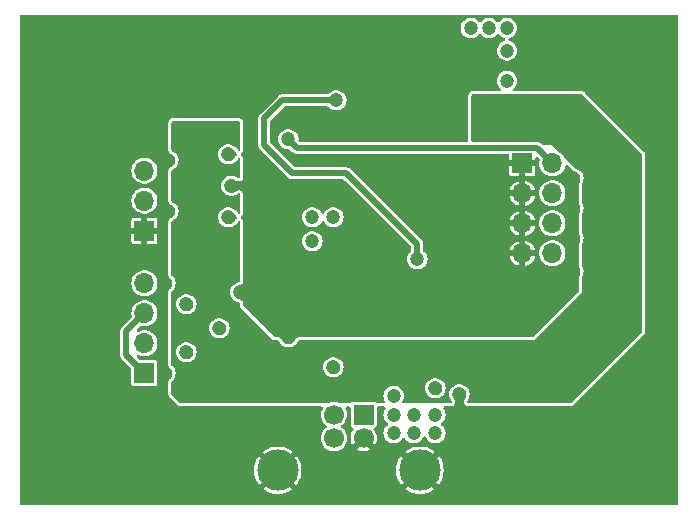
<source format=gbl>
G04 #@! TF.GenerationSoftware,KiCad,Pcbnew,7.0.10*
G04 #@! TF.CreationDate,2024-03-12T12:36:54-06:00*
G04 #@! TF.ProjectId,ARXCarrierBoard,41525843-6172-4726-9965-72426f617264,rev?*
G04 #@! TF.SameCoordinates,Original*
G04 #@! TF.FileFunction,Copper,L4,Bot*
G04 #@! TF.FilePolarity,Positive*
%FSLAX46Y46*%
G04 Gerber Fmt 4.6, Leading zero omitted, Abs format (unit mm)*
G04 Created by KiCad (PCBNEW 7.0.10) date 2024-03-12 12:36:54*
%MOMM*%
%LPD*%
G01*
G04 APERTURE LIST*
G04 #@! TA.AperFunction,ComponentPad*
%ADD10R,1.700000X1.700000*%
G04 #@! TD*
G04 #@! TA.AperFunction,ComponentPad*
%ADD11O,1.700000X1.700000*%
G04 #@! TD*
G04 #@! TA.AperFunction,ComponentPad*
%ADD12C,1.700000*%
G04 #@! TD*
G04 #@! TA.AperFunction,ComponentPad*
%ADD13C,3.500000*%
G04 #@! TD*
G04 #@! TA.AperFunction,ViaPad*
%ADD14C,1.200000*%
G04 #@! TD*
G04 #@! TA.AperFunction,ViaPad*
%ADD15C,3.200000*%
G04 #@! TD*
G04 #@! TA.AperFunction,Conductor*
%ADD16C,0.500000*%
G04 #@! TD*
G04 APERTURE END LIST*
D10*
X210566000Y-76200000D03*
D11*
X213106000Y-76200000D03*
X210566000Y-78740000D03*
X213106000Y-78740000D03*
X210566000Y-81280000D03*
X213106000Y-81280000D03*
X210566000Y-83820000D03*
X213106000Y-83820000D03*
D10*
X197125590Y-97478310D03*
D12*
X194625590Y-97478310D03*
X194625590Y-99478310D03*
X197125590Y-99478310D03*
D13*
X201895590Y-102188310D03*
X189855590Y-102188310D03*
D10*
X178563270Y-81900490D03*
D11*
X178563270Y-79360490D03*
X178563270Y-76820490D03*
D10*
X178563270Y-93980000D03*
D11*
X178563270Y-91440000D03*
X178563270Y-88900000D03*
X178563270Y-86360000D03*
D14*
X184912000Y-90170000D03*
X205232000Y-99060000D03*
X198374000Y-69596000D03*
X201676000Y-69088000D03*
X189738000Y-80772000D03*
X197358000Y-80772000D03*
X211074000Y-64770000D03*
X177292000Y-77978000D03*
X189738000Y-78105000D03*
X196088000Y-67310000D03*
X180594000Y-75946000D03*
X214884000Y-77470000D03*
X205232000Y-95758000D03*
X179832000Y-90170000D03*
D15*
X220980000Y-66294000D03*
D14*
X185674000Y-80772000D03*
X203200000Y-95250000D03*
X214884000Y-82550000D03*
X212344000Y-66548000D03*
X186690000Y-87122000D03*
X182118000Y-92202000D03*
X201676000Y-70612000D03*
D15*
X220980000Y-102362000D03*
D14*
X212344000Y-69088000D03*
X180340000Y-93980000D03*
X182118000Y-88138000D03*
X201930000Y-80772000D03*
X194564000Y-93472000D03*
X185674000Y-75438000D03*
X185928000Y-78105000D03*
X190754000Y-90932000D03*
X196088000Y-69596000D03*
X201676000Y-67564000D03*
X190754000Y-89408000D03*
X214884000Y-85344000D03*
X205232000Y-97536000D03*
X180594000Y-80264000D03*
X214884000Y-80010000D03*
X180340000Y-86360000D03*
X194564000Y-86868000D03*
D15*
X170688000Y-102362000D03*
X170688000Y-66294000D03*
D14*
X198882000Y-82296000D03*
X198374000Y-67310000D03*
X190754000Y-74168000D03*
X215646000Y-88392000D03*
X188720730Y-95758000D03*
X187196730Y-93980000D03*
X209260770Y-73660000D03*
X207736770Y-73660000D03*
X182372000Y-84328000D03*
X209260770Y-71740490D03*
X182118000Y-82296000D03*
X187196730Y-95758000D03*
X210820000Y-73660000D03*
X182118000Y-73914000D03*
X199665590Y-95885000D03*
X206187370Y-64755490D03*
X199665590Y-99060000D03*
X203200000Y-99060000D03*
X203200000Y-97478310D03*
X199665590Y-97478310D03*
X209260770Y-66660490D03*
X201358923Y-97478310D03*
X209260770Y-69200490D03*
X207711370Y-64755490D03*
X192786000Y-82804000D03*
X209235370Y-64755490D03*
X194564000Y-80772000D03*
X192786000Y-80772000D03*
X201358923Y-99060000D03*
X194818000Y-70866000D03*
X201676000Y-84328000D03*
D16*
X190754000Y-74168000D02*
X191486000Y-74900000D01*
X191486000Y-74900000D02*
X211806000Y-74900000D01*
X211806000Y-74900000D02*
X213106000Y-76200000D01*
X177038000Y-90425270D02*
X177038000Y-92454730D01*
X177038000Y-92454730D02*
X178563270Y-93980000D01*
X178563270Y-88900000D02*
X177038000Y-90425270D01*
X190246000Y-70866000D02*
X188722000Y-72390000D01*
X201676000Y-83058000D02*
X201676000Y-84328000D01*
X194818000Y-70866000D02*
X190246000Y-70866000D01*
X191101000Y-77055000D02*
X195673000Y-77055000D01*
X188722000Y-74676000D02*
X191101000Y-77055000D01*
X188722000Y-72390000D02*
X188722000Y-74676000D01*
X195673000Y-77055000D02*
X201676000Y-83058000D01*
G04 #@! TA.AperFunction,Conductor*
G36*
X203275491Y-94657753D02*
G01*
X203371925Y-94678251D01*
X203396976Y-94686391D01*
X203487037Y-94726488D01*
X203509850Y-94739659D01*
X203589615Y-94797612D01*
X203609188Y-94815235D01*
X203675155Y-94888499D01*
X203690636Y-94909807D01*
X203739932Y-94995190D01*
X203750646Y-95019254D01*
X203781109Y-95113011D01*
X203786586Y-95138776D01*
X203796892Y-95236828D01*
X203796892Y-95263170D01*
X203786586Y-95361222D01*
X203781110Y-95386986D01*
X203750648Y-95480742D01*
X203739933Y-95504808D01*
X203690636Y-95590192D01*
X203675153Y-95611502D01*
X203609190Y-95684761D01*
X203589615Y-95702386D01*
X203509850Y-95760339D01*
X203487037Y-95773510D01*
X203396972Y-95813609D01*
X203371923Y-95821748D01*
X203302380Y-95836531D01*
X203275493Y-95842246D01*
X203249297Y-95845000D01*
X203150703Y-95845000D01*
X203124505Y-95842246D01*
X203089150Y-95834730D01*
X203028075Y-95821748D01*
X203003026Y-95813609D01*
X202912961Y-95773510D01*
X202890148Y-95760339D01*
X202810383Y-95702386D01*
X202790808Y-95684761D01*
X202724842Y-95611498D01*
X202709362Y-95590192D01*
X202660063Y-95504804D01*
X202649352Y-95480745D01*
X202649351Y-95480742D01*
X202618886Y-95386981D01*
X202613412Y-95361228D01*
X202603106Y-95263167D01*
X202603106Y-95236828D01*
X202607567Y-95194391D01*
X202613412Y-95138773D01*
X202618889Y-95113011D01*
X202632950Y-95069734D01*
X202649353Y-95019249D01*
X202660065Y-94995190D01*
X202709361Y-94909807D01*
X202724833Y-94888511D01*
X202790819Y-94815226D01*
X202810388Y-94797607D01*
X202890147Y-94739658D01*
X202912942Y-94726497D01*
X203003033Y-94686385D01*
X203028068Y-94678251D01*
X203124509Y-94657753D01*
X203150705Y-94655000D01*
X203249294Y-94655000D01*
X203275491Y-94657753D01*
G37*
G04 #@! TD.AperFunction*
G04 #@! TA.AperFunction,Conductor*
G36*
X194639491Y-92879753D02*
G01*
X194735925Y-92900251D01*
X194760977Y-92908391D01*
X194846607Y-92946516D01*
X194851037Y-92948488D01*
X194873850Y-92961659D01*
X194953615Y-93019612D01*
X194973188Y-93037235D01*
X195039155Y-93110499D01*
X195054636Y-93131807D01*
X195103930Y-93217186D01*
X195114644Y-93241249D01*
X195145111Y-93335014D01*
X195150588Y-93360782D01*
X195160892Y-93458829D01*
X195160892Y-93485169D01*
X195150586Y-93583222D01*
X195145110Y-93608986D01*
X195114648Y-93702742D01*
X195103933Y-93726808D01*
X195054636Y-93812192D01*
X195039153Y-93833502D01*
X194973190Y-93906761D01*
X194953615Y-93924386D01*
X194873850Y-93982339D01*
X194851037Y-93995510D01*
X194760972Y-94035609D01*
X194735923Y-94043748D01*
X194666380Y-94058531D01*
X194639493Y-94064246D01*
X194613297Y-94067000D01*
X194514703Y-94067000D01*
X194488505Y-94064246D01*
X194453150Y-94056730D01*
X194392075Y-94043748D01*
X194367026Y-94035609D01*
X194276961Y-93995510D01*
X194254148Y-93982339D01*
X194174383Y-93924386D01*
X194154808Y-93906761D01*
X194088842Y-93833498D01*
X194073362Y-93812192D01*
X194024063Y-93726804D01*
X194013352Y-93702745D01*
X194013351Y-93702742D01*
X193982886Y-93608981D01*
X193977412Y-93583228D01*
X193967106Y-93485167D01*
X193967106Y-93458828D01*
X193977412Y-93360775D01*
X193982889Y-93335011D01*
X194001879Y-93276565D01*
X194013353Y-93241249D01*
X194024064Y-93217192D01*
X194073361Y-93131807D01*
X194088833Y-93110511D01*
X194154819Y-93037226D01*
X194174388Y-93019607D01*
X194254147Y-92961658D01*
X194276942Y-92948497D01*
X194367033Y-92908385D01*
X194392068Y-92900251D01*
X194488509Y-92879753D01*
X194514705Y-92877000D01*
X194613294Y-92877000D01*
X194639491Y-92879753D01*
G37*
G04 #@! TD.AperFunction*
G04 #@! TA.AperFunction,Conductor*
G36*
X182193491Y-91609753D02*
G01*
X182289925Y-91630251D01*
X182314976Y-91638391D01*
X182405037Y-91678488D01*
X182427850Y-91691659D01*
X182507615Y-91749612D01*
X182527188Y-91767235D01*
X182593155Y-91840499D01*
X182608636Y-91861807D01*
X182657930Y-91947186D01*
X182668644Y-91971249D01*
X182699111Y-92065014D01*
X182704588Y-92090782D01*
X182714892Y-92188829D01*
X182714892Y-92215169D01*
X182704586Y-92313222D01*
X182699110Y-92338986D01*
X182670824Y-92426046D01*
X182668648Y-92432742D01*
X182657933Y-92456808D01*
X182608636Y-92542192D01*
X182593153Y-92563502D01*
X182527190Y-92636761D01*
X182507615Y-92654386D01*
X182427850Y-92712339D01*
X182405037Y-92725510D01*
X182314972Y-92765609D01*
X182289923Y-92773748D01*
X182232499Y-92785955D01*
X182193493Y-92794246D01*
X182167297Y-92797000D01*
X182068703Y-92797000D01*
X182042505Y-92794246D01*
X182007150Y-92786730D01*
X181946075Y-92773748D01*
X181921026Y-92765609D01*
X181830961Y-92725510D01*
X181808148Y-92712339D01*
X181728383Y-92654386D01*
X181708808Y-92636761D01*
X181674201Y-92598326D01*
X181642842Y-92563498D01*
X181627362Y-92542192D01*
X181578063Y-92456804D01*
X181567352Y-92432745D01*
X181567351Y-92432742D01*
X181536886Y-92338981D01*
X181531412Y-92313228D01*
X181521106Y-92215167D01*
X181521106Y-92188828D01*
X181521269Y-92187285D01*
X181531412Y-92090773D01*
X181536889Y-92065011D01*
X181567352Y-91971253D01*
X181578064Y-91947192D01*
X181627361Y-91861807D01*
X181642833Y-91840511D01*
X181708819Y-91767226D01*
X181728388Y-91749607D01*
X181808147Y-91691658D01*
X181830942Y-91678497D01*
X181921033Y-91638385D01*
X181946068Y-91630251D01*
X182042509Y-91609753D01*
X182068705Y-91607000D01*
X182167294Y-91607000D01*
X182193491Y-91609753D01*
G37*
G04 #@! TD.AperFunction*
G04 #@! TA.AperFunction,Conductor*
G36*
X184987491Y-89577753D02*
G01*
X185083925Y-89598251D01*
X185108976Y-89606391D01*
X185199037Y-89646488D01*
X185221850Y-89659659D01*
X185301615Y-89717612D01*
X185321188Y-89735235D01*
X185387155Y-89808499D01*
X185402636Y-89829807D01*
X185451932Y-89915190D01*
X185462646Y-89939254D01*
X185493109Y-90033011D01*
X185498586Y-90058776D01*
X185508892Y-90156828D01*
X185508892Y-90183170D01*
X185498586Y-90281222D01*
X185493110Y-90306986D01*
X185462648Y-90400742D01*
X185451933Y-90424808D01*
X185402636Y-90510192D01*
X185387153Y-90531502D01*
X185321190Y-90604761D01*
X185301615Y-90622386D01*
X185221850Y-90680339D01*
X185199037Y-90693510D01*
X185108972Y-90733609D01*
X185083923Y-90741748D01*
X185014380Y-90756531D01*
X184987493Y-90762246D01*
X184961297Y-90765000D01*
X184862703Y-90765000D01*
X184836505Y-90762246D01*
X184801150Y-90754730D01*
X184740075Y-90741748D01*
X184715026Y-90733609D01*
X184624961Y-90693510D01*
X184602148Y-90680339D01*
X184522383Y-90622386D01*
X184502808Y-90604761D01*
X184436842Y-90531498D01*
X184421362Y-90510192D01*
X184372063Y-90424804D01*
X184361352Y-90400745D01*
X184352374Y-90373113D01*
X184330886Y-90306981D01*
X184325412Y-90281228D01*
X184315106Y-90183167D01*
X184315106Y-90156828D01*
X184320185Y-90108511D01*
X184325412Y-90058773D01*
X184330889Y-90033011D01*
X184331808Y-90030182D01*
X184361353Y-89939249D01*
X184372065Y-89915190D01*
X184421361Y-89829807D01*
X184436833Y-89808511D01*
X184502819Y-89735226D01*
X184522388Y-89717607D01*
X184602147Y-89659658D01*
X184624942Y-89646497D01*
X184715033Y-89606385D01*
X184740068Y-89598251D01*
X184836509Y-89577753D01*
X184862705Y-89575000D01*
X184961294Y-89575000D01*
X184987491Y-89577753D01*
G37*
G04 #@! TD.AperFunction*
G04 #@! TA.AperFunction,Conductor*
G36*
X182193491Y-87545753D02*
G01*
X182289925Y-87566251D01*
X182314976Y-87574391D01*
X182405037Y-87614488D01*
X182427849Y-87627658D01*
X182448430Y-87642611D01*
X182507615Y-87685612D01*
X182527188Y-87703235D01*
X182593155Y-87776499D01*
X182608636Y-87797807D01*
X182657930Y-87883186D01*
X182668644Y-87907249D01*
X182699111Y-88001014D01*
X182704588Y-88026782D01*
X182714892Y-88124829D01*
X182714892Y-88151169D01*
X182704586Y-88249222D01*
X182699110Y-88274986D01*
X182668648Y-88368742D01*
X182657933Y-88392808D01*
X182608636Y-88478192D01*
X182593153Y-88499502D01*
X182527190Y-88572761D01*
X182507615Y-88590386D01*
X182427850Y-88648339D01*
X182405037Y-88661510D01*
X182314972Y-88701609D01*
X182289923Y-88709748D01*
X182220380Y-88724531D01*
X182193493Y-88730246D01*
X182167297Y-88733000D01*
X182068703Y-88733000D01*
X182042505Y-88730246D01*
X182007150Y-88722730D01*
X181946075Y-88709748D01*
X181921026Y-88701609D01*
X181830961Y-88661510D01*
X181808148Y-88648339D01*
X181728383Y-88590386D01*
X181708808Y-88572761D01*
X181642842Y-88499498D01*
X181627362Y-88478192D01*
X181578063Y-88392804D01*
X181567352Y-88368745D01*
X181567351Y-88368742D01*
X181536886Y-88274981D01*
X181531412Y-88249228D01*
X181521106Y-88151167D01*
X181521106Y-88124828D01*
X181523966Y-88097623D01*
X181531412Y-88026773D01*
X181536889Y-88001011D01*
X181567352Y-87907253D01*
X181578064Y-87883192D01*
X181627361Y-87797807D01*
X181642833Y-87776511D01*
X181708819Y-87703226D01*
X181728388Y-87685607D01*
X181808147Y-87627658D01*
X181830942Y-87614497D01*
X181921033Y-87574385D01*
X181946068Y-87566251D01*
X182042509Y-87545753D01*
X182068705Y-87543000D01*
X182167294Y-87543000D01*
X182193491Y-87545753D01*
G37*
G04 #@! TD.AperFunction*
G04 #@! TA.AperFunction,Conductor*
G36*
X185749491Y-80179753D02*
G01*
X185845925Y-80200251D01*
X185870977Y-80208391D01*
X185954718Y-80245675D01*
X185961037Y-80248488D01*
X185983849Y-80261658D01*
X185991160Y-80266970D01*
X186063615Y-80319612D01*
X186083188Y-80337235D01*
X186149156Y-80410500D01*
X186164637Y-80431808D01*
X186230146Y-80545272D01*
X186254775Y-80580744D01*
X186254792Y-80580766D01*
X186281376Y-80612962D01*
X186291555Y-80624570D01*
X186291563Y-80624577D01*
X186354296Y-80669815D01*
X186397850Y-80725882D01*
X186404178Y-80796596D01*
X186371270Y-80859506D01*
X186348088Y-80878415D01*
X186327194Y-80891667D01*
X186327192Y-80891669D01*
X186275807Y-80940662D01*
X186230149Y-80998720D01*
X186230148Y-80998721D01*
X186164634Y-81112194D01*
X186149151Y-81133504D01*
X186083190Y-81206761D01*
X186063615Y-81224386D01*
X185983850Y-81282339D01*
X185961037Y-81295510D01*
X185870972Y-81335609D01*
X185845923Y-81343748D01*
X185776380Y-81358531D01*
X185749493Y-81364246D01*
X185723297Y-81367000D01*
X185624703Y-81367000D01*
X185598505Y-81364246D01*
X185563150Y-81356730D01*
X185502075Y-81343748D01*
X185477026Y-81335609D01*
X185386961Y-81295510D01*
X185364148Y-81282339D01*
X185284383Y-81224386D01*
X185264808Y-81206761D01*
X185198842Y-81133498D01*
X185183364Y-81112195D01*
X185134063Y-81026804D01*
X185123352Y-81002745D01*
X185092886Y-80908981D01*
X185087412Y-80883228D01*
X185077106Y-80785167D01*
X185077106Y-80758828D01*
X185077595Y-80754183D01*
X185087412Y-80660773D01*
X185092889Y-80635011D01*
X185096279Y-80624577D01*
X185123353Y-80541249D01*
X185134064Y-80517192D01*
X185183359Y-80431809D01*
X185198833Y-80410511D01*
X185264819Y-80337226D01*
X185284388Y-80319607D01*
X185364147Y-80261658D01*
X185386942Y-80248497D01*
X185477033Y-80208385D01*
X185502068Y-80200251D01*
X185598509Y-80179753D01*
X185624705Y-80177000D01*
X185723294Y-80177000D01*
X185749491Y-80179753D01*
G37*
G04 #@! TD.AperFunction*
G04 #@! TA.AperFunction,Conductor*
G36*
X185749491Y-74845753D02*
G01*
X185845925Y-74866251D01*
X185870977Y-74874391D01*
X185955659Y-74912094D01*
X185961037Y-74914488D01*
X185983850Y-74927659D01*
X186063615Y-74985612D01*
X186083188Y-75003235D01*
X186149156Y-75076500D01*
X186164637Y-75097808D01*
X186230146Y-75211272D01*
X186254775Y-75246744D01*
X186254792Y-75246766D01*
X186281376Y-75278962D01*
X186291555Y-75290570D01*
X186291563Y-75290577D01*
X186354296Y-75335815D01*
X186397850Y-75391882D01*
X186404178Y-75462596D01*
X186371270Y-75525506D01*
X186348088Y-75544415D01*
X186327194Y-75557667D01*
X186327192Y-75557669D01*
X186275807Y-75606662D01*
X186230149Y-75664720D01*
X186230148Y-75664721D01*
X186164634Y-75778194D01*
X186149151Y-75799504D01*
X186083190Y-75872761D01*
X186063615Y-75890386D01*
X185983850Y-75948339D01*
X185961037Y-75961510D01*
X185870972Y-76001609D01*
X185845923Y-76009748D01*
X185776380Y-76024531D01*
X185749493Y-76030246D01*
X185723297Y-76033000D01*
X185624703Y-76033000D01*
X185598505Y-76030246D01*
X185563150Y-76022730D01*
X185502075Y-76009748D01*
X185477026Y-76001609D01*
X185386961Y-75961510D01*
X185364148Y-75948339D01*
X185284383Y-75890386D01*
X185264808Y-75872761D01*
X185198842Y-75799498D01*
X185183364Y-75778195D01*
X185134063Y-75692804D01*
X185123352Y-75668745D01*
X185122800Y-75667046D01*
X185092886Y-75574981D01*
X185087412Y-75549228D01*
X185077106Y-75451167D01*
X185077106Y-75424828D01*
X185077141Y-75424502D01*
X185087412Y-75326773D01*
X185092889Y-75301011D01*
X185123353Y-75207249D01*
X185134064Y-75183192D01*
X185183359Y-75097809D01*
X185198833Y-75076511D01*
X185264819Y-75003226D01*
X185284388Y-74985607D01*
X185364147Y-74927658D01*
X185386942Y-74914497D01*
X185477033Y-74874385D01*
X185502068Y-74866251D01*
X185598509Y-74845753D01*
X185624705Y-74843000D01*
X185723294Y-74843000D01*
X185749491Y-74845753D01*
G37*
G04 #@! TD.AperFunction*
G04 #@! TA.AperFunction,Conductor*
G36*
X223715621Y-63645002D02*
G01*
X223762114Y-63698658D01*
X223773500Y-63751000D01*
X223773500Y-104974000D01*
X223753498Y-105042121D01*
X223699842Y-105088614D01*
X223647500Y-105100000D01*
X168122000Y-105100000D01*
X168053879Y-105079998D01*
X168007386Y-105026342D01*
X167996000Y-104974000D01*
X167996000Y-102188310D01*
X187846471Y-102188310D01*
X187866920Y-102474233D01*
X187927854Y-102754344D01*
X188028030Y-103022926D01*
X188165414Y-103274525D01*
X188270193Y-103414493D01*
X188270194Y-103414494D01*
X188871969Y-102812719D01*
X188921917Y-102893387D01*
X189067372Y-103052944D01*
X189228492Y-103174615D01*
X188629404Y-103773704D01*
X188629405Y-103773705D01*
X188769374Y-103878486D01*
X189020973Y-104015869D01*
X189020972Y-104015869D01*
X189289555Y-104116045D01*
X189569666Y-104176979D01*
X189855590Y-104197428D01*
X190141513Y-104176979D01*
X190421624Y-104116045D01*
X190690206Y-104015869D01*
X190941801Y-103878488D01*
X191081773Y-103773704D01*
X191081774Y-103773704D01*
X190482686Y-103174616D01*
X190643808Y-103052944D01*
X190789263Y-102893387D01*
X190839209Y-102812719D01*
X191440984Y-103414494D01*
X191440984Y-103414493D01*
X191545768Y-103274521D01*
X191683149Y-103022926D01*
X191783325Y-102754344D01*
X191844259Y-102474233D01*
X191864708Y-102188310D01*
X199886471Y-102188310D01*
X199906920Y-102474233D01*
X199967854Y-102754344D01*
X200068030Y-103022926D01*
X200205414Y-103274525D01*
X200310193Y-103414493D01*
X200310194Y-103414494D01*
X200911969Y-102812719D01*
X200961917Y-102893387D01*
X201107372Y-103052944D01*
X201268492Y-103174615D01*
X200669404Y-103773704D01*
X200669405Y-103773705D01*
X200809374Y-103878486D01*
X201060973Y-104015869D01*
X201060972Y-104015869D01*
X201329555Y-104116045D01*
X201609666Y-104176979D01*
X201895590Y-104197428D01*
X202181513Y-104176979D01*
X202461624Y-104116045D01*
X202730206Y-104015869D01*
X202981801Y-103878488D01*
X203121773Y-103773704D01*
X203121774Y-103773704D01*
X202522686Y-103174616D01*
X202683808Y-103052944D01*
X202829263Y-102893387D01*
X202879209Y-102812719D01*
X203480984Y-103414494D01*
X203480984Y-103414493D01*
X203585768Y-103274521D01*
X203723149Y-103022926D01*
X203823325Y-102754344D01*
X203884259Y-102474233D01*
X203904708Y-102188310D01*
X203884259Y-101902386D01*
X203823325Y-101622275D01*
X203723149Y-101353693D01*
X203585766Y-101102094D01*
X203480985Y-100962125D01*
X203480984Y-100962124D01*
X202879209Y-101563899D01*
X202829263Y-101483233D01*
X202683808Y-101323676D01*
X202522686Y-101202002D01*
X203121774Y-100602914D01*
X203121773Y-100602913D01*
X202981805Y-100498134D01*
X202730206Y-100360750D01*
X202730207Y-100360750D01*
X202461624Y-100260574D01*
X202181513Y-100199640D01*
X201895590Y-100179191D01*
X201609666Y-100199640D01*
X201329555Y-100260574D01*
X201060973Y-100360750D01*
X200809379Y-100498131D01*
X200669405Y-100602913D01*
X200669404Y-100602914D01*
X201268493Y-101202003D01*
X201107372Y-101323676D01*
X200961917Y-101483233D01*
X200911970Y-101563900D01*
X200310194Y-100962124D01*
X200310193Y-100962125D01*
X200205411Y-101102099D01*
X200068030Y-101353693D01*
X199967854Y-101622275D01*
X199906920Y-101902386D01*
X199886471Y-102188310D01*
X191864708Y-102188310D01*
X191844259Y-101902386D01*
X191783325Y-101622275D01*
X191683149Y-101353693D01*
X191545766Y-101102094D01*
X191440985Y-100962125D01*
X191440984Y-100962124D01*
X190839209Y-101563899D01*
X190789263Y-101483233D01*
X190643808Y-101323676D01*
X190482686Y-101202002D01*
X191081774Y-100602914D01*
X191081773Y-100602913D01*
X190941805Y-100498134D01*
X190690206Y-100360750D01*
X190690207Y-100360750D01*
X190421624Y-100260574D01*
X190141513Y-100199640D01*
X189855590Y-100179191D01*
X189569666Y-100199640D01*
X189289555Y-100260574D01*
X189020973Y-100360750D01*
X188769379Y-100498131D01*
X188629405Y-100602913D01*
X188629404Y-100602914D01*
X189228493Y-101202003D01*
X189067372Y-101323676D01*
X188921917Y-101483233D01*
X188871970Y-101563900D01*
X188270194Y-100962124D01*
X188270193Y-100962125D01*
X188165411Y-101102099D01*
X188028030Y-101353693D01*
X187927854Y-101622275D01*
X187866920Y-101902386D01*
X187846471Y-102188310D01*
X167996000Y-102188310D01*
X167996000Y-95705825D01*
X180588500Y-95705825D01*
X180589985Y-95733533D01*
X180589987Y-95733567D01*
X180592861Y-95760296D01*
X180592866Y-95760336D01*
X180619377Y-95845000D01*
X180623123Y-95856961D01*
X180643887Y-95894987D01*
X180657152Y-95919278D01*
X180701407Y-95978394D01*
X180701417Y-95978406D01*
X181389586Y-96666575D01*
X181389594Y-96666582D01*
X181389601Y-96666589D01*
X181410260Y-96685147D01*
X181429765Y-96700866D01*
X181431005Y-96701897D01*
X181431240Y-96702056D01*
X181520952Y-96748983D01*
X181520960Y-96748987D01*
X181589081Y-96768989D01*
X181662190Y-96779500D01*
X193536206Y-96779500D01*
X193604327Y-96799502D01*
X193650820Y-96853158D01*
X193660924Y-96923432D01*
X193648996Y-96961663D01*
X193591264Y-97077603D01*
X193591261Y-97077609D01*
X193535244Y-97274490D01*
X193516358Y-97478305D01*
X193516358Y-97478314D01*
X193535244Y-97682129D01*
X193546193Y-97720609D01*
X193591262Y-97879011D01*
X193682502Y-98062245D01*
X193682503Y-98062246D01*
X193805856Y-98225594D01*
X193957128Y-98363496D01*
X193957128Y-98363497D01*
X193969543Y-98371184D01*
X194016930Y-98424052D01*
X194028212Y-98494146D01*
X193999807Y-98559213D01*
X193969543Y-98585436D01*
X193957128Y-98593122D01*
X193957128Y-98593123D01*
X193805856Y-98731025D01*
X193682503Y-98894373D01*
X193591261Y-99077611D01*
X193535244Y-99274490D01*
X193516358Y-99478305D01*
X193516358Y-99478314D01*
X193535244Y-99682129D01*
X193591209Y-99878824D01*
X193591262Y-99879011D01*
X193682502Y-100062245D01*
X193682503Y-100062246D01*
X193805856Y-100225594D01*
X193957126Y-100363495D01*
X194131156Y-100471250D01*
X194131158Y-100471250D01*
X194131163Y-100471254D01*
X194322034Y-100545198D01*
X194523243Y-100582810D01*
X194523245Y-100582810D01*
X194727935Y-100582810D01*
X194727937Y-100582810D01*
X194929146Y-100545198D01*
X195120017Y-100471254D01*
X195294052Y-100363496D01*
X195445322Y-100225595D01*
X195568678Y-100062245D01*
X195659918Y-99879011D01*
X195715935Y-99682131D01*
X195726786Y-99565029D01*
X195734822Y-99478314D01*
X195734822Y-99478305D01*
X195715935Y-99274490D01*
X195707747Y-99245712D01*
X195659918Y-99077609D01*
X195568678Y-98894375D01*
X195510777Y-98817701D01*
X195445323Y-98731025D01*
X195294054Y-98593125D01*
X195282378Y-98585896D01*
X195281637Y-98585437D01*
X195234250Y-98532571D01*
X195222967Y-98462477D01*
X195251370Y-98397410D01*
X195281636Y-98371183D01*
X195294052Y-98363496D01*
X195445322Y-98225595D01*
X195568678Y-98062245D01*
X195659918Y-97879011D01*
X195715935Y-97682131D01*
X195734822Y-97478310D01*
X195715935Y-97274489D01*
X195659918Y-97077609D01*
X195602184Y-96961663D01*
X195589724Y-96891769D01*
X195617031Y-96826233D01*
X195675434Y-96785865D01*
X195714974Y-96779500D01*
X195895090Y-96779500D01*
X195963211Y-96799502D01*
X196009704Y-96853158D01*
X196021090Y-96905500D01*
X196021090Y-98353373D01*
X196021091Y-98353383D01*
X196035855Y-98427610D01*
X196092106Y-98511794D01*
X196176287Y-98568043D01*
X196176289Y-98568044D01*
X196193491Y-98571465D01*
X196199449Y-98572651D01*
X196262359Y-98605559D01*
X196297491Y-98667254D01*
X196293691Y-98738148D01*
X196275419Y-98772161D01*
X196182929Y-98894637D01*
X196091730Y-99077790D01*
X196091728Y-99077795D01*
X196035738Y-99274579D01*
X196016860Y-99478310D01*
X196035738Y-99682040D01*
X196091728Y-99878824D01*
X196182854Y-100061832D01*
X196671415Y-99573271D01*
X196672057Y-99581826D01*
X196722718Y-99710908D01*
X196809176Y-99819323D01*
X196923749Y-99897437D01*
X197032214Y-99930894D01*
X196545490Y-100417618D01*
X196631383Y-100470801D01*
X196631392Y-100470806D01*
X196822167Y-100544713D01*
X196822166Y-100544713D01*
X197023291Y-100582310D01*
X197227889Y-100582310D01*
X197429013Y-100544713D01*
X197619787Y-100470806D01*
X197619796Y-100470801D01*
X197705687Y-100417619D01*
X197705688Y-100417618D01*
X197217693Y-99929623D01*
X197262709Y-99922839D01*
X197387644Y-99862673D01*
X197489295Y-99768355D01*
X197558629Y-99648265D01*
X197576491Y-99570001D01*
X198068323Y-100061832D01*
X198159448Y-99878833D01*
X198159451Y-99878824D01*
X198215441Y-99682040D01*
X198234319Y-99478310D01*
X198215441Y-99274579D01*
X198159451Y-99077795D01*
X198159449Y-99077790D01*
X198068249Y-98894637D01*
X197975761Y-98772161D01*
X197950671Y-98705745D01*
X197965471Y-98636308D01*
X198015462Y-98585896D01*
X198051726Y-98572651D01*
X198074891Y-98568044D01*
X198159074Y-98511794D01*
X198215324Y-98427611D01*
X198230090Y-98353377D01*
X198230089Y-96905499D01*
X198250091Y-96837379D01*
X198303747Y-96790886D01*
X198356089Y-96779500D01*
X198827276Y-96779500D01*
X198827277Y-96779500D01*
X198854287Y-96776920D01*
X198923998Y-96790353D01*
X198975383Y-96839343D01*
X198992125Y-96908338D01*
X198971987Y-96966527D01*
X198973779Y-96967562D01*
X198880665Y-97128837D01*
X198880662Y-97128843D01*
X198825158Y-97299670D01*
X198806383Y-97478310D01*
X198825158Y-97656949D01*
X198880662Y-97827776D01*
X198880665Y-97827782D01*
X198970475Y-97983336D01*
X198970477Y-97983339D01*
X199090668Y-98116825D01*
X199160029Y-98167219D01*
X199203383Y-98223439D01*
X199209459Y-98294175D01*
X199176327Y-98356967D01*
X199160030Y-98371089D01*
X199090668Y-98421483D01*
X198970478Y-98554969D01*
X198970475Y-98554973D01*
X198880665Y-98710527D01*
X198880662Y-98710533D01*
X198825158Y-98881360D01*
X198806383Y-99060000D01*
X198825158Y-99238639D01*
X198880662Y-99409466D01*
X198880665Y-99409472D01*
X198970475Y-99565026D01*
X198970477Y-99565029D01*
X199090668Y-99698515D01*
X199235986Y-99804095D01*
X199400080Y-99877154D01*
X199575778Y-99914500D01*
X199755402Y-99914500D01*
X199931100Y-99877154D01*
X200095194Y-99804095D01*
X200240512Y-99698515D01*
X200360703Y-99565029D01*
X200403138Y-99491528D01*
X200454519Y-99442537D01*
X200524232Y-99429100D01*
X200590144Y-99455487D01*
X200621375Y-99491530D01*
X200633813Y-99513074D01*
X200663810Y-99565029D01*
X200784001Y-99698515D01*
X200929319Y-99804095D01*
X201093413Y-99877154D01*
X201269111Y-99914500D01*
X201448735Y-99914500D01*
X201624433Y-99877154D01*
X201788527Y-99804095D01*
X201933845Y-99698515D01*
X202054036Y-99565029D01*
X202143848Y-99409471D01*
X202159628Y-99360904D01*
X202199700Y-99302299D01*
X202265096Y-99274662D01*
X202335053Y-99286767D01*
X202387360Y-99334772D01*
X202399294Y-99360904D01*
X202415072Y-99409465D01*
X202415075Y-99409472D01*
X202504885Y-99565026D01*
X202504887Y-99565029D01*
X202625078Y-99698515D01*
X202770396Y-99804095D01*
X202934490Y-99877154D01*
X203110188Y-99914500D01*
X203289812Y-99914500D01*
X203465510Y-99877154D01*
X203629604Y-99804095D01*
X203774922Y-99698515D01*
X203895113Y-99565029D01*
X203984925Y-99409471D01*
X204024794Y-99286767D01*
X204040431Y-99238639D01*
X204043631Y-99208194D01*
X204059207Y-99060000D01*
X204040431Y-98881361D01*
X204009195Y-98785224D01*
X203984927Y-98710533D01*
X203984924Y-98710527D01*
X203911185Y-98582809D01*
X203895113Y-98554971D01*
X203774922Y-98421485D01*
X203705559Y-98371090D01*
X203662206Y-98314869D01*
X203656130Y-98244133D01*
X203689262Y-98181341D01*
X203705554Y-98167223D01*
X203774922Y-98116825D01*
X203895113Y-97983339D01*
X203984925Y-97827781D01*
X204024794Y-97705077D01*
X204040431Y-97656949D01*
X204059207Y-97478310D01*
X204040431Y-97299671D01*
X204040431Y-97299670D01*
X203984927Y-97128843D01*
X203984924Y-97128837D01*
X203892353Y-96968500D01*
X203875615Y-96899505D01*
X203898835Y-96832413D01*
X203954642Y-96788526D01*
X204001472Y-96779500D01*
X204485163Y-96779500D01*
X204485264Y-96779500D01*
X204487752Y-96779488D01*
X204490151Y-96779465D01*
X204490155Y-96779464D01*
X204490159Y-96779464D01*
X204532193Y-96772805D01*
X204565499Y-96767529D01*
X204586852Y-96760815D01*
X204633211Y-96746239D01*
X204633214Y-96746237D01*
X204633226Y-96746234D01*
X204675943Y-96728480D01*
X204754707Y-96664854D01*
X204800170Y-96610323D01*
X204826506Y-96572296D01*
X204858368Y-96476188D01*
X204867133Y-96405734D01*
X204868729Y-96359496D01*
X204843571Y-96261419D01*
X204812853Y-96197412D01*
X204773022Y-96137955D01*
X204771747Y-96136051D01*
X204771743Y-96136047D01*
X204771702Y-96136002D01*
X204756841Y-96119496D01*
X204741364Y-96098194D01*
X204692064Y-96012806D01*
X204681352Y-95988745D01*
X204658781Y-95919278D01*
X204650886Y-95894981D01*
X204645412Y-95869228D01*
X204635106Y-95771167D01*
X204635106Y-95744828D01*
X204639206Y-95705825D01*
X204645412Y-95646773D01*
X204650889Y-95621011D01*
X204657177Y-95601659D01*
X204681353Y-95527249D01*
X204692065Y-95503190D01*
X204741361Y-95417807D01*
X204756833Y-95396511D01*
X204822819Y-95323226D01*
X204842388Y-95305607D01*
X204922147Y-95247658D01*
X204944942Y-95234497D01*
X205035033Y-95194385D01*
X205060068Y-95186251D01*
X205156509Y-95165753D01*
X205182705Y-95163000D01*
X205281294Y-95163000D01*
X205307491Y-95165753D01*
X205403925Y-95186251D01*
X205428976Y-95194391D01*
X205519037Y-95234488D01*
X205541850Y-95247659D01*
X205621615Y-95305612D01*
X205641188Y-95323235D01*
X205707155Y-95396499D01*
X205722636Y-95417807D01*
X205771932Y-95503190D01*
X205782646Y-95527254D01*
X205813109Y-95621011D01*
X205818586Y-95646776D01*
X205828892Y-95744828D01*
X205828892Y-95771170D01*
X205818586Y-95869222D01*
X205813109Y-95894986D01*
X205782647Y-95988741D01*
X205771933Y-96012806D01*
X205722637Y-96098190D01*
X205707161Y-96119492D01*
X205692252Y-96136052D01*
X205690869Y-96137603D01*
X205690555Y-96137955D01*
X205689013Y-96139700D01*
X205689008Y-96139707D01*
X205647467Y-96203678D01*
X205617970Y-96268263D01*
X205602578Y-96311894D01*
X205597158Y-96412991D01*
X205597159Y-96412998D01*
X205597159Y-96412999D01*
X205607263Y-96483273D01*
X205607264Y-96483280D01*
X205607265Y-96483282D01*
X205617901Y-96528288D01*
X205617902Y-96528293D01*
X205668001Y-96616272D01*
X205668011Y-96616286D01*
X205711602Y-96666592D01*
X205714498Y-96669934D01*
X205747787Y-96702056D01*
X205837506Y-96748987D01*
X205905627Y-96768989D01*
X205978736Y-96779500D01*
X205978739Y-96779500D01*
X214577819Y-96779500D01*
X214577823Y-96779499D01*
X214605545Y-96778014D01*
X214605559Y-96778012D01*
X214605567Y-96778012D01*
X214617686Y-96776708D01*
X214632328Y-96775135D01*
X214632336Y-96775134D01*
X214728961Y-96744877D01*
X214791273Y-96710851D01*
X214850399Y-96666589D01*
X220872589Y-90644399D01*
X220891147Y-90623740D01*
X220906905Y-90604186D01*
X220907900Y-90602989D01*
X220908056Y-90602759D01*
X220933135Y-90554814D01*
X220954987Y-90513040D01*
X220974989Y-90444919D01*
X220985500Y-90371810D01*
X220985500Y-75490190D01*
X220984014Y-75462455D01*
X220981135Y-75435672D01*
X220981134Y-75435664D01*
X220950877Y-75339039D01*
X220916851Y-75276727D01*
X220911422Y-75269475D01*
X220872592Y-75217605D01*
X220872582Y-75217593D01*
X215866413Y-70211424D01*
X215845732Y-70192846D01*
X215836094Y-70185079D01*
X215826240Y-70177138D01*
X215824994Y-70176102D01*
X215824759Y-70175943D01*
X215735047Y-70129016D01*
X215735042Y-70129014D01*
X215735040Y-70129013D01*
X215666919Y-70109011D01*
X215593810Y-70098500D01*
X209866316Y-70098500D01*
X209798195Y-70078498D01*
X209751702Y-70024842D01*
X209741598Y-69954568D01*
X209771092Y-69889988D01*
X209792255Y-69870564D01*
X209796787Y-69867270D01*
X209835692Y-69839005D01*
X209955883Y-69705519D01*
X210045695Y-69549961D01*
X210101201Y-69379129D01*
X210119977Y-69200490D01*
X210101201Y-69021851D01*
X210101201Y-69021850D01*
X210045697Y-68851023D01*
X210045694Y-68851017D01*
X209955884Y-68695463D01*
X209955883Y-68695461D01*
X209835692Y-68561975D01*
X209690374Y-68456395D01*
X209526280Y-68383336D01*
X209350582Y-68345990D01*
X209170958Y-68345990D01*
X208995259Y-68383336D01*
X208831162Y-68456397D01*
X208685848Y-68561974D01*
X208565658Y-68695459D01*
X208565655Y-68695463D01*
X208475845Y-68851017D01*
X208475842Y-68851023D01*
X208420338Y-69021850D01*
X208401563Y-69200490D01*
X208420338Y-69379129D01*
X208475842Y-69549956D01*
X208475845Y-69549962D01*
X208565655Y-69705516D01*
X208565658Y-69705520D01*
X208685848Y-69839005D01*
X208729285Y-69870564D01*
X208772639Y-69926786D01*
X208778714Y-69997522D01*
X208745583Y-70060314D01*
X208683763Y-70095225D01*
X208655224Y-70098500D01*
X206373993Y-70098500D01*
X206318838Y-70104430D01*
X206266516Y-70115812D01*
X206266510Y-70115813D01*
X206266499Y-70115816D01*
X206253707Y-70119325D01*
X206239710Y-70123165D01*
X206239709Y-70123166D01*
X206168971Y-70163446D01*
X206151720Y-70173270D01*
X206151713Y-70173275D01*
X206098076Y-70219752D01*
X206098058Y-70219769D01*
X206065944Y-70253049D01*
X206065944Y-70253050D01*
X206019014Y-70342767D01*
X206019013Y-70342770D01*
X205999011Y-70410891D01*
X205988500Y-70484000D01*
X205988500Y-70484002D01*
X205988500Y-74269500D01*
X205968498Y-74337621D01*
X205914842Y-74384114D01*
X205862500Y-74395500D01*
X191747161Y-74395500D01*
X191679040Y-74375498D01*
X191658066Y-74358595D01*
X191641843Y-74342372D01*
X191607817Y-74280060D01*
X191605628Y-74240106D01*
X191613207Y-74168000D01*
X191594431Y-73989361D01*
X191594431Y-73989360D01*
X191538927Y-73818533D01*
X191538924Y-73818527D01*
X191449114Y-73662973D01*
X191449113Y-73662971D01*
X191328922Y-73529485D01*
X191183604Y-73423905D01*
X191019510Y-73350846D01*
X190843812Y-73313500D01*
X190664188Y-73313500D01*
X190488489Y-73350846D01*
X190324392Y-73423907D01*
X190179078Y-73529484D01*
X190058888Y-73662969D01*
X190058885Y-73662973D01*
X189969075Y-73818527D01*
X189969072Y-73818533D01*
X189913568Y-73989360D01*
X189894793Y-74168000D01*
X189913568Y-74346639D01*
X189969072Y-74517466D01*
X189969075Y-74517472D01*
X190058885Y-74673026D01*
X190058887Y-74673029D01*
X190179078Y-74806515D01*
X190324396Y-74912095D01*
X190488490Y-74985154D01*
X190664188Y-75022500D01*
X190842839Y-75022500D01*
X190910960Y-75042502D01*
X190931934Y-75059405D01*
X191081332Y-75208803D01*
X191098232Y-75229773D01*
X191100804Y-75233775D01*
X191118922Y-75249474D01*
X191138601Y-75266526D01*
X191145174Y-75272645D01*
X191151491Y-75278962D01*
X191154779Y-75282250D01*
X191165639Y-75290380D01*
X191172637Y-75296020D01*
X191210442Y-75328777D01*
X191214761Y-75330749D01*
X191237929Y-75344495D01*
X191241730Y-75347340D01*
X191241733Y-75347342D01*
X191288607Y-75364824D01*
X191296889Y-75368255D01*
X191342404Y-75389042D01*
X191347103Y-75389717D01*
X191373213Y-75396382D01*
X191377658Y-75398040D01*
X191427554Y-75401608D01*
X191436487Y-75402569D01*
X191449917Y-75404500D01*
X191463483Y-75404500D01*
X191472470Y-75404820D01*
X191522360Y-75408389D01*
X191527003Y-75407378D01*
X191553784Y-75404500D01*
X209336000Y-75404500D01*
X209404121Y-75424502D01*
X209450614Y-75478158D01*
X209462000Y-75530500D01*
X209462000Y-75946000D01*
X210134884Y-75946000D01*
X210106507Y-75990156D01*
X210066000Y-76128111D01*
X210066000Y-76271889D01*
X210106507Y-76409844D01*
X210134884Y-76454000D01*
X209462001Y-76454000D01*
X209462001Y-77075022D01*
X209476737Y-77149105D01*
X209476737Y-77149107D01*
X209532875Y-77233124D01*
X209616893Y-77289262D01*
X209616894Y-77289263D01*
X209690980Y-77303999D01*
X210312000Y-77303999D01*
X210312000Y-76633674D01*
X210423685Y-76684680D01*
X210530237Y-76700000D01*
X210601763Y-76700000D01*
X210708315Y-76684680D01*
X210820000Y-76633674D01*
X210820000Y-77303999D01*
X211441014Y-77303999D01*
X211441022Y-77303998D01*
X211515105Y-77289262D01*
X211515107Y-77289262D01*
X211599124Y-77233124D01*
X211655262Y-77149106D01*
X211655263Y-77149105D01*
X211669999Y-77075022D01*
X211670000Y-77075015D01*
X211670000Y-76454000D01*
X210997116Y-76454000D01*
X211025493Y-76409844D01*
X211066000Y-76271889D01*
X211066000Y-76128111D01*
X211025493Y-75990156D01*
X210997116Y-75946000D01*
X211669999Y-75946000D01*
X211669999Y-75781660D01*
X211690001Y-75713539D01*
X211743657Y-75667046D01*
X211813931Y-75656942D01*
X211878511Y-75686436D01*
X211885094Y-75692565D01*
X212001628Y-75809099D01*
X212035654Y-75871411D01*
X212033723Y-75932675D01*
X212015654Y-75996179D01*
X212015654Y-75996184D01*
X211996768Y-76199995D01*
X211996768Y-76200004D01*
X212015654Y-76403819D01*
X212061787Y-76565958D01*
X212071672Y-76600701D01*
X212162912Y-76783935D01*
X212162913Y-76783936D01*
X212286266Y-76947284D01*
X212437536Y-77085185D01*
X212611566Y-77192940D01*
X212611568Y-77192940D01*
X212611573Y-77192944D01*
X212802444Y-77266888D01*
X213003653Y-77304500D01*
X213003655Y-77304500D01*
X213208345Y-77304500D01*
X213208347Y-77304500D01*
X213409556Y-77266888D01*
X213600427Y-77192944D01*
X213774462Y-77085186D01*
X213925732Y-76947285D01*
X214049088Y-76783935D01*
X214140328Y-76600701D01*
X214196345Y-76403821D01*
X214196345Y-76403819D01*
X214197583Y-76399469D01*
X214235463Y-76339422D01*
X214299794Y-76309388D01*
X214370150Y-76318901D01*
X214407868Y-76344855D01*
X214855388Y-76792375D01*
X214855391Y-76792377D01*
X214915600Y-76837227D01*
X214915602Y-76837228D01*
X214978075Y-76870956D01*
X215047401Y-76896438D01*
X215055923Y-76898249D01*
X215080971Y-76906388D01*
X215171039Y-76946489D01*
X215193851Y-76959660D01*
X215273615Y-77017612D01*
X215293188Y-77035235D01*
X215359155Y-77108499D01*
X215374636Y-77129807D01*
X215423930Y-77215186D01*
X215434644Y-77239249D01*
X215465111Y-77333014D01*
X215470588Y-77358782D01*
X215480892Y-77456829D01*
X215480892Y-77483169D01*
X215470586Y-77581222D01*
X215465109Y-77606986D01*
X215428299Y-77720283D01*
X215424281Y-77732649D01*
X215420857Y-77741928D01*
X215412229Y-77762759D01*
X215412220Y-77762785D01*
X215395342Y-77825773D01*
X215386500Y-77892936D01*
X215386500Y-79587063D01*
X215395339Y-79654206D01*
X215395343Y-79654227D01*
X215412217Y-79717205D01*
X215412219Y-79717212D01*
X215412221Y-79717216D01*
X215418736Y-79732945D01*
X215420849Y-79738047D01*
X215424268Y-79747317D01*
X215450886Y-79829237D01*
X215465111Y-79873014D01*
X215470588Y-79898782D01*
X215480892Y-79996829D01*
X215480892Y-80023169D01*
X215470586Y-80121222D01*
X215465109Y-80146986D01*
X215426126Y-80266971D01*
X215424281Y-80272649D01*
X215420857Y-80281928D01*
X215412229Y-80302759D01*
X215412220Y-80302785D01*
X215395342Y-80365773D01*
X215386500Y-80432936D01*
X215386500Y-82127063D01*
X215395339Y-82194206D01*
X215395343Y-82194227D01*
X215412217Y-82257205D01*
X215412219Y-82257212D01*
X215412221Y-82257216D01*
X215418736Y-82272945D01*
X215420849Y-82278047D01*
X215424268Y-82287317D01*
X215461041Y-82400490D01*
X215465111Y-82413014D01*
X215470588Y-82438782D01*
X215480892Y-82536829D01*
X215480892Y-82563169D01*
X215470586Y-82661222D01*
X215465109Y-82686986D01*
X215425166Y-82809926D01*
X215424281Y-82812649D01*
X215420857Y-82821928D01*
X215412229Y-82842759D01*
X215412220Y-82842785D01*
X215395342Y-82905773D01*
X215386500Y-82972936D01*
X215386500Y-84921063D01*
X215395339Y-84988206D01*
X215395343Y-84988227D01*
X215412217Y-85051205D01*
X215412219Y-85051212D01*
X215412221Y-85051216D01*
X215420849Y-85072047D01*
X215424268Y-85081317D01*
X215457145Y-85182500D01*
X215465111Y-85207014D01*
X215470588Y-85232782D01*
X215480892Y-85330829D01*
X215480892Y-85357169D01*
X215470586Y-85455222D01*
X215465110Y-85480986D01*
X215424281Y-85606649D01*
X215420857Y-85615928D01*
X215412229Y-85636759D01*
X215412220Y-85636785D01*
X215395342Y-85699773D01*
X215386500Y-85766936D01*
X215386500Y-86962322D01*
X215366498Y-87030443D01*
X215349595Y-87051417D01*
X211511417Y-90889595D01*
X211449105Y-90923621D01*
X211422322Y-90926500D01*
X191661490Y-90926500D01*
X191648240Y-90926878D01*
X191646680Y-90926923D01*
X191632316Y-90927744D01*
X191592465Y-90937011D01*
X191546106Y-90947791D01*
X191546104Y-90947791D01*
X191546099Y-90947793D01*
X191480718Y-90975425D01*
X191480715Y-90975426D01*
X191439877Y-90997162D01*
X191367519Y-91067987D01*
X191335730Y-91114479D01*
X191335244Y-91114875D01*
X191332779Y-91118794D01*
X191327446Y-91126594D01*
X191327445Y-91126595D01*
X191322111Y-91137443D01*
X191318162Y-91144840D01*
X191244635Y-91272192D01*
X191229152Y-91293503D01*
X191163190Y-91366761D01*
X191143615Y-91384386D01*
X191063850Y-91442339D01*
X191041037Y-91455510D01*
X190950972Y-91495609D01*
X190925923Y-91503748D01*
X190856380Y-91518531D01*
X190829493Y-91524246D01*
X190803297Y-91527000D01*
X190704703Y-91527000D01*
X190678505Y-91524246D01*
X190643150Y-91516730D01*
X190582075Y-91503748D01*
X190557026Y-91495609D01*
X190466961Y-91455510D01*
X190444148Y-91442339D01*
X190364383Y-91384386D01*
X190344808Y-91366761D01*
X190278842Y-91293498D01*
X190263362Y-91272192D01*
X190210180Y-91180079D01*
X190205490Y-91170302D01*
X190205336Y-91170379D01*
X190202951Y-91165531D01*
X190202948Y-91165522D01*
X190172169Y-91114479D01*
X190157241Y-91089721D01*
X190110747Y-91036065D01*
X190110740Y-91036058D01*
X190077459Y-91003944D01*
X189987742Y-90957014D01*
X189987741Y-90957013D01*
X189987740Y-90957013D01*
X189919619Y-90937011D01*
X189846510Y-90926500D01*
X189846507Y-90926500D01*
X189643678Y-90926500D01*
X189575557Y-90906498D01*
X189554583Y-90889595D01*
X186986405Y-88321417D01*
X186952379Y-88259105D01*
X186949500Y-88232322D01*
X186949500Y-88097611D01*
X186947948Y-88069288D01*
X186947947Y-88069282D01*
X186947947Y-88069273D01*
X186944939Y-88041904D01*
X186944870Y-88041285D01*
X186914154Y-87944805D01*
X186893309Y-87907059D01*
X186879832Y-87882654D01*
X186853952Y-87844318D01*
X186840413Y-87833112D01*
X186775952Y-87779758D01*
X186713480Y-87746030D01*
X186644151Y-87720547D01*
X186644149Y-87720546D01*
X186644142Y-87720544D01*
X186518073Y-87693747D01*
X186493026Y-87685609D01*
X186402959Y-87645509D01*
X186380148Y-87632339D01*
X186300383Y-87574386D01*
X186280808Y-87556761D01*
X186214842Y-87483498D01*
X186199362Y-87462192D01*
X186150063Y-87376804D01*
X186139352Y-87352745D01*
X186108886Y-87258981D01*
X186103412Y-87233228D01*
X186093106Y-87135167D01*
X186093106Y-87108828D01*
X186093269Y-87107285D01*
X186103412Y-87010773D01*
X186108889Y-86985011D01*
X186139352Y-86891253D01*
X186150064Y-86867192D01*
X186199359Y-86781809D01*
X186214833Y-86760511D01*
X186280819Y-86687226D01*
X186300381Y-86669612D01*
X186380152Y-86611654D01*
X186402941Y-86598497D01*
X186493038Y-86558383D01*
X186518072Y-86550249D01*
X186644152Y-86523451D01*
X186671558Y-86516038D01*
X186697702Y-86507406D01*
X186697742Y-86507392D01*
X186697841Y-86507360D01*
X186698291Y-86507210D01*
X186786278Y-86457107D01*
X186839934Y-86410614D01*
X186872056Y-86377325D01*
X186918987Y-86287606D01*
X186938989Y-86219485D01*
X186949500Y-86146376D01*
X186949500Y-82804000D01*
X191926793Y-82804000D01*
X191945568Y-82982639D01*
X192001072Y-83153466D01*
X192001075Y-83153472D01*
X192081273Y-83292378D01*
X192090887Y-83309029D01*
X192211078Y-83442515D01*
X192356396Y-83548095D01*
X192520490Y-83621154D01*
X192696188Y-83658500D01*
X192875812Y-83658500D01*
X193051510Y-83621154D01*
X193215604Y-83548095D01*
X193360922Y-83442515D01*
X193481113Y-83309029D01*
X193570925Y-83153471D01*
X193606341Y-83044472D01*
X193626431Y-82982639D01*
X193645207Y-82804000D01*
X193626431Y-82625361D01*
X193597666Y-82536829D01*
X193570927Y-82454533D01*
X193570924Y-82454527D01*
X193481114Y-82298973D01*
X193481113Y-82298971D01*
X193360922Y-82165485D01*
X193360510Y-82165186D01*
X193215604Y-82059905D01*
X193051510Y-81986846D01*
X192875812Y-81949500D01*
X192696188Y-81949500D01*
X192520489Y-81986846D01*
X192356392Y-82059907D01*
X192211078Y-82165484D01*
X192090888Y-82298969D01*
X192090885Y-82298973D01*
X192001075Y-82454527D01*
X192001072Y-82454533D01*
X191945568Y-82625360D01*
X191926793Y-82804000D01*
X186949500Y-82804000D01*
X186949500Y-81191475D01*
X186945907Y-81148441D01*
X186938977Y-81107231D01*
X186936543Y-81094994D01*
X186935967Y-81092097D01*
X186935966Y-81092095D01*
X186935966Y-81092093D01*
X186894454Y-80999742D01*
X186853272Y-80941909D01*
X186853268Y-80941904D01*
X186823183Y-80906763D01*
X186779689Y-80878446D01*
X186733515Y-80824516D01*
X186726282Y-80772000D01*
X191926793Y-80772000D01*
X191945568Y-80950639D01*
X192001072Y-81121466D01*
X192001075Y-81121472D01*
X192051097Y-81208111D01*
X192090887Y-81277029D01*
X192211078Y-81410515D01*
X192356396Y-81516095D01*
X192520490Y-81589154D01*
X192696188Y-81626500D01*
X192875812Y-81626500D01*
X193051510Y-81589154D01*
X193215604Y-81516095D01*
X193360922Y-81410515D01*
X193481113Y-81277029D01*
X193565881Y-81130206D01*
X193617264Y-81081214D01*
X193686977Y-81067778D01*
X193752888Y-81094164D01*
X193784118Y-81130206D01*
X193794642Y-81148434D01*
X193828317Y-81206761D01*
X193868887Y-81277029D01*
X193989078Y-81410515D01*
X194134396Y-81516095D01*
X194298490Y-81589154D01*
X194474188Y-81626500D01*
X194653812Y-81626500D01*
X194829510Y-81589154D01*
X194993604Y-81516095D01*
X195138922Y-81410515D01*
X195259113Y-81277029D01*
X195348925Y-81121471D01*
X195351940Y-81112194D01*
X195404431Y-80950639D01*
X195405848Y-80937153D01*
X195423207Y-80772000D01*
X195404431Y-80593361D01*
X195401219Y-80583474D01*
X195348927Y-80422533D01*
X195348924Y-80422527D01*
X195259114Y-80266973D01*
X195259113Y-80266971D01*
X195138922Y-80133485D01*
X195130015Y-80127014D01*
X194993604Y-80027905D01*
X194829510Y-79954846D01*
X194653812Y-79917500D01*
X194474188Y-79917500D01*
X194298489Y-79954846D01*
X194134392Y-80027907D01*
X193989078Y-80133484D01*
X193868888Y-80266969D01*
X193868887Y-80266971D01*
X193794845Y-80395215D01*
X193784119Y-80413793D01*
X193732736Y-80462786D01*
X193663022Y-80476221D01*
X193597111Y-80449834D01*
X193565881Y-80413793D01*
X193555155Y-80395215D01*
X193481113Y-80266971D01*
X193360922Y-80133485D01*
X193352015Y-80127014D01*
X193215604Y-80027905D01*
X193051510Y-79954846D01*
X192875812Y-79917500D01*
X192696188Y-79917500D01*
X192520489Y-79954846D01*
X192356392Y-80027907D01*
X192211078Y-80133484D01*
X192090888Y-80266969D01*
X192090885Y-80266973D01*
X192001075Y-80422527D01*
X192001072Y-80422533D01*
X191945568Y-80593360D01*
X191926793Y-80772000D01*
X186726282Y-80772000D01*
X186723828Y-80754183D01*
X186753704Y-80689778D01*
X186781451Y-80667147D01*
X186781226Y-80666829D01*
X186785875Y-80663539D01*
X186786098Y-80663357D01*
X186786278Y-80663255D01*
X186839934Y-80616762D01*
X186872056Y-80583473D01*
X186918987Y-80493754D01*
X186938989Y-80425633D01*
X186949500Y-80352524D01*
X186949500Y-78854883D01*
X186941891Y-78792503D01*
X186927329Y-78733702D01*
X186916578Y-78700208D01*
X186861532Y-78615225D01*
X186861530Y-78615223D01*
X186861527Y-78615219D01*
X186812069Y-78564329D01*
X186812063Y-78564323D01*
X186812052Y-78564312D01*
X186812040Y-78564302D01*
X186812033Y-78564295D01*
X186776987Y-78534146D01*
X186776977Y-78534140D01*
X186684732Y-78492412D01*
X186615577Y-78476331D01*
X186578690Y-78471162D01*
X186569773Y-78469913D01*
X186569772Y-78469913D01*
X186469603Y-78484680D01*
X186402738Y-78508536D01*
X186337413Y-78543004D01*
X186337398Y-78543013D01*
X186237850Y-78615339D01*
X186215038Y-78628510D01*
X186124973Y-78668609D01*
X186099924Y-78676748D01*
X186039804Y-78689527D01*
X186003493Y-78697246D01*
X185977297Y-78700000D01*
X185878703Y-78700000D01*
X185852505Y-78697246D01*
X185817150Y-78689730D01*
X185756075Y-78676748D01*
X185731026Y-78668609D01*
X185640961Y-78628510D01*
X185618148Y-78615339D01*
X185538383Y-78557386D01*
X185518808Y-78539761D01*
X185515583Y-78536179D01*
X185452842Y-78466498D01*
X185437362Y-78445192D01*
X185416583Y-78409202D01*
X185388063Y-78359804D01*
X185377352Y-78335745D01*
X185346886Y-78241981D01*
X185341412Y-78216228D01*
X185331106Y-78118167D01*
X185331106Y-78091828D01*
X185341412Y-77993775D01*
X185346889Y-77968011D01*
X185373088Y-77887378D01*
X185377353Y-77874249D01*
X185388064Y-77850192D01*
X185437359Y-77764809D01*
X185452833Y-77743511D01*
X185518819Y-77670226D01*
X185538388Y-77652607D01*
X185561934Y-77635500D01*
X185618147Y-77594658D01*
X185640942Y-77581497D01*
X185731033Y-77541385D01*
X185756068Y-77533251D01*
X185852509Y-77512753D01*
X185878705Y-77510000D01*
X185977294Y-77510000D01*
X186003490Y-77512752D01*
X186044148Y-77521395D01*
X186099925Y-77533251D01*
X186124976Y-77541391D01*
X186136777Y-77546645D01*
X186215041Y-77581490D01*
X186237851Y-77594659D01*
X186337409Y-77666992D01*
X186392344Y-77697501D01*
X186412483Y-77705675D01*
X186448462Y-77720279D01*
X186448464Y-77720279D01*
X186448473Y-77720283D01*
X186481892Y-77731273D01*
X186481891Y-77731273D01*
X186582991Y-77736693D01*
X186582993Y-77736692D01*
X186582999Y-77736693D01*
X186653273Y-77726589D01*
X186698291Y-77715950D01*
X186786278Y-77665847D01*
X186839934Y-77619354D01*
X186872056Y-77586065D01*
X186918987Y-77496346D01*
X186938989Y-77428225D01*
X186949500Y-77355116D01*
X186949500Y-75857475D01*
X186945907Y-75814441D01*
X186938977Y-75773231D01*
X186935966Y-75758093D01*
X186894454Y-75665742D01*
X186853272Y-75607909D01*
X186853268Y-75607904D01*
X186823183Y-75572763D01*
X186779689Y-75544446D01*
X186733515Y-75490516D01*
X186723828Y-75420183D01*
X186753704Y-75355778D01*
X186781451Y-75333147D01*
X186781226Y-75332829D01*
X186785875Y-75329539D01*
X186786098Y-75329357D01*
X186786278Y-75329255D01*
X186839934Y-75282762D01*
X186872056Y-75249473D01*
X186918987Y-75159754D01*
X186938989Y-75091633D01*
X186949500Y-75018524D01*
X186949500Y-74639640D01*
X188213611Y-74639640D01*
X188217179Y-74689527D01*
X188217500Y-74698516D01*
X188217500Y-74712083D01*
X188219430Y-74725508D01*
X188220390Y-74734441D01*
X188223960Y-74784344D01*
X188225621Y-74788798D01*
X188232281Y-74814890D01*
X188232958Y-74819596D01*
X188253737Y-74865096D01*
X188257175Y-74873399D01*
X188257546Y-74874391D01*
X188274657Y-74920268D01*
X188274658Y-74920269D01*
X188277504Y-74924071D01*
X188291243Y-74947224D01*
X188293220Y-74951553D01*
X188293222Y-74951556D01*
X188293223Y-74951558D01*
X188325985Y-74989367D01*
X188331603Y-74996338D01*
X188336764Y-75003232D01*
X188339753Y-75007225D01*
X188349336Y-75016808D01*
X188355464Y-75023389D01*
X188386673Y-75059405D01*
X188388225Y-75061196D01*
X188392228Y-75063768D01*
X188413197Y-75080668D01*
X190696332Y-77363803D01*
X190713232Y-77384773D01*
X190715804Y-77388775D01*
X190753601Y-77421526D01*
X190760174Y-77427645D01*
X190769779Y-77437250D01*
X190780649Y-77445387D01*
X190787632Y-77451014D01*
X190825442Y-77483777D01*
X190829761Y-77485749D01*
X190852925Y-77499492D01*
X190856733Y-77502343D01*
X190884644Y-77512753D01*
X190903596Y-77519822D01*
X190911906Y-77523264D01*
X190933773Y-77533250D01*
X190957404Y-77544042D01*
X190962101Y-77544717D01*
X190988209Y-77551380D01*
X190992658Y-77553040D01*
X191042554Y-77556608D01*
X191051487Y-77557569D01*
X191064917Y-77559500D01*
X191078483Y-77559500D01*
X191087470Y-77559820D01*
X191137360Y-77563389D01*
X191142003Y-77562378D01*
X191168784Y-77559500D01*
X195411839Y-77559500D01*
X195479960Y-77579502D01*
X195500934Y-77596405D01*
X201134595Y-83230066D01*
X201168621Y-83292378D01*
X201171500Y-83319161D01*
X201171500Y-83574119D01*
X201151498Y-83642240D01*
X201119562Y-83676054D01*
X201101081Y-83689481D01*
X201101080Y-83689482D01*
X200980888Y-83822969D01*
X200980885Y-83822973D01*
X200891075Y-83978527D01*
X200891072Y-83978533D01*
X200835568Y-84149360D01*
X200816793Y-84328000D01*
X200835568Y-84506639D01*
X200891072Y-84677466D01*
X200891075Y-84677472D01*
X200969291Y-84812944D01*
X200980887Y-84833029D01*
X201101078Y-84966515D01*
X201246396Y-85072095D01*
X201410490Y-85145154D01*
X201586188Y-85182500D01*
X201765812Y-85182500D01*
X201941510Y-85145154D01*
X202105604Y-85072095D01*
X202250922Y-84966515D01*
X202371113Y-84833029D01*
X202460925Y-84677471D01*
X202496727Y-84567284D01*
X202516431Y-84506639D01*
X202535207Y-84328000D01*
X202516431Y-84149361D01*
X202516431Y-84149360D01*
X202460927Y-83978533D01*
X202460924Y-83978527D01*
X202371114Y-83822973D01*
X202371113Y-83822971D01*
X202250922Y-83689485D01*
X202250921Y-83689484D01*
X202250919Y-83689482D01*
X202250918Y-83689481D01*
X202232438Y-83676054D01*
X202189085Y-83619831D01*
X202180500Y-83574119D01*
X202180500Y-83565999D01*
X209490450Y-83565999D01*
X209490451Y-83566000D01*
X210134884Y-83566000D01*
X210106507Y-83610156D01*
X210066000Y-83748111D01*
X210066000Y-83891889D01*
X210106507Y-84029844D01*
X210134884Y-84074000D01*
X209490451Y-84074000D01*
X209532138Y-84220514D01*
X209532140Y-84220519D01*
X209623340Y-84403672D01*
X209746637Y-84566946D01*
X209897838Y-84704784D01*
X210071796Y-84812493D01*
X210071803Y-84812496D01*
X210262582Y-84886405D01*
X210311999Y-84895642D01*
X210312000Y-84895642D01*
X210312000Y-84253674D01*
X210423685Y-84304680D01*
X210530237Y-84320000D01*
X210601763Y-84320000D01*
X210708315Y-84304680D01*
X210820000Y-84253674D01*
X210820000Y-84895642D01*
X210869417Y-84886405D01*
X210869418Y-84886405D01*
X211060196Y-84812496D01*
X211060203Y-84812493D01*
X211234161Y-84704784D01*
X211385362Y-84566946D01*
X211508659Y-84403672D01*
X211599859Y-84220519D01*
X211599861Y-84220514D01*
X211641549Y-84074000D01*
X210997116Y-84074000D01*
X211025493Y-84029844D01*
X211066000Y-83891889D01*
X211066000Y-83820004D01*
X211996768Y-83820004D01*
X212015654Y-84023819D01*
X212029932Y-84074000D01*
X212071672Y-84220701D01*
X212162912Y-84403935D01*
X212162913Y-84403936D01*
X212286266Y-84567284D01*
X212437536Y-84705185D01*
X212611566Y-84812940D01*
X212611568Y-84812940D01*
X212611573Y-84812944D01*
X212802444Y-84886888D01*
X213003653Y-84924500D01*
X213003655Y-84924500D01*
X213208345Y-84924500D01*
X213208347Y-84924500D01*
X213409556Y-84886888D01*
X213600427Y-84812944D01*
X213774462Y-84705186D01*
X213925732Y-84567285D01*
X214049088Y-84403935D01*
X214140328Y-84220701D01*
X214196345Y-84023821D01*
X214202640Y-83955880D01*
X214215232Y-83820004D01*
X214215232Y-83819995D01*
X214196345Y-83616180D01*
X214182068Y-83566000D01*
X214140328Y-83419299D01*
X214049088Y-83236065D01*
X213986712Y-83153466D01*
X213925733Y-83072715D01*
X213774463Y-82934814D01*
X213600433Y-82827059D01*
X213600428Y-82827057D01*
X213600427Y-82827056D01*
X213566039Y-82813734D01*
X213409559Y-82753113D01*
X213409560Y-82753113D01*
X213409557Y-82753112D01*
X213409556Y-82753112D01*
X213208347Y-82715500D01*
X213003653Y-82715500D01*
X212802444Y-82753112D01*
X212802439Y-82753113D01*
X212611577Y-82827054D01*
X212611566Y-82827059D01*
X212437536Y-82934814D01*
X212286266Y-83072715D01*
X212162913Y-83236063D01*
X212071671Y-83419301D01*
X212015654Y-83616180D01*
X211996768Y-83819995D01*
X211996768Y-83820004D01*
X211066000Y-83820004D01*
X211066000Y-83748111D01*
X211025493Y-83610156D01*
X210997116Y-83566000D01*
X211641549Y-83566000D01*
X211641549Y-83565999D01*
X211599861Y-83419485D01*
X211599859Y-83419480D01*
X211508659Y-83236327D01*
X211385362Y-83073053D01*
X211234161Y-82935215D01*
X211060203Y-82827506D01*
X211060196Y-82827503D01*
X210869424Y-82753596D01*
X210820000Y-82744357D01*
X210820000Y-83386325D01*
X210708315Y-83335320D01*
X210601763Y-83320000D01*
X210530237Y-83320000D01*
X210423685Y-83335320D01*
X210312000Y-83386325D01*
X210312000Y-82744357D01*
X210262575Y-82753596D01*
X210071803Y-82827503D01*
X210071796Y-82827506D01*
X209897838Y-82935215D01*
X209746637Y-83073053D01*
X209623340Y-83236327D01*
X209532140Y-83419480D01*
X209532138Y-83419485D01*
X209490450Y-83565999D01*
X202180500Y-83565999D01*
X202180500Y-83125782D01*
X202183379Y-83099001D01*
X202184389Y-83094360D01*
X202180820Y-83044470D01*
X202180500Y-83035483D01*
X202180500Y-83021916D01*
X202180499Y-83021913D01*
X202178569Y-83008486D01*
X202177608Y-82999554D01*
X202174040Y-82949658D01*
X202172380Y-82945209D01*
X202165717Y-82919101D01*
X202165042Y-82914404D01*
X202144264Y-82868906D01*
X202140822Y-82860596D01*
X202128311Y-82827054D01*
X202123343Y-82813733D01*
X202120492Y-82809925D01*
X202106749Y-82786761D01*
X202104777Y-82782442D01*
X202072014Y-82744632D01*
X202066387Y-82737649D01*
X202058250Y-82726779D01*
X202048645Y-82717174D01*
X202042526Y-82710601D01*
X202009775Y-82672804D01*
X202005773Y-82670232D01*
X201984803Y-82653332D01*
X200357470Y-81025999D01*
X209490450Y-81025999D01*
X209490451Y-81026000D01*
X210134884Y-81026000D01*
X210106507Y-81070156D01*
X210066000Y-81208111D01*
X210066000Y-81351889D01*
X210106507Y-81489844D01*
X210134884Y-81534000D01*
X209490451Y-81534000D01*
X209532138Y-81680514D01*
X209532140Y-81680519D01*
X209623340Y-81863672D01*
X209746637Y-82026946D01*
X209897838Y-82164784D01*
X210071796Y-82272493D01*
X210071803Y-82272496D01*
X210262582Y-82346405D01*
X210311999Y-82355642D01*
X210312000Y-82355642D01*
X210312000Y-81713674D01*
X210423685Y-81764680D01*
X210530237Y-81780000D01*
X210601763Y-81780000D01*
X210708315Y-81764680D01*
X210820000Y-81713674D01*
X210820000Y-82355642D01*
X210869417Y-82346405D01*
X210869418Y-82346405D01*
X211060196Y-82272496D01*
X211060203Y-82272493D01*
X211234161Y-82164784D01*
X211385362Y-82026946D01*
X211508659Y-81863672D01*
X211599859Y-81680519D01*
X211599861Y-81680514D01*
X211641549Y-81534000D01*
X210997116Y-81534000D01*
X211025493Y-81489844D01*
X211066000Y-81351889D01*
X211066000Y-81280004D01*
X211996768Y-81280004D01*
X212015654Y-81483819D01*
X212061938Y-81646490D01*
X212071672Y-81680701D01*
X212162912Y-81863935D01*
X212162913Y-81863936D01*
X212286266Y-82027284D01*
X212437536Y-82165185D01*
X212611566Y-82272940D01*
X212611568Y-82272940D01*
X212611573Y-82272944D01*
X212802444Y-82346888D01*
X213003653Y-82384500D01*
X213003655Y-82384500D01*
X213208345Y-82384500D01*
X213208347Y-82384500D01*
X213409556Y-82346888D01*
X213600427Y-82272944D01*
X213774462Y-82165186D01*
X213925732Y-82027285D01*
X214049088Y-81863935D01*
X214140328Y-81680701D01*
X214196345Y-81483821D01*
X214207170Y-81367000D01*
X214215232Y-81280004D01*
X214215232Y-81279995D01*
X214197820Y-81092092D01*
X214196345Y-81076179D01*
X214140328Y-80879299D01*
X214049088Y-80696065D01*
X214002982Y-80635011D01*
X213925733Y-80532715D01*
X213774463Y-80394814D01*
X213600433Y-80287059D01*
X213600428Y-80287057D01*
X213600427Y-80287056D01*
X213574906Y-80277169D01*
X213409559Y-80213113D01*
X213409560Y-80213113D01*
X213409557Y-80213112D01*
X213409556Y-80213112D01*
X213208347Y-80175500D01*
X213003653Y-80175500D01*
X212802444Y-80213112D01*
X212802439Y-80213113D01*
X212611577Y-80287054D01*
X212611566Y-80287059D01*
X212437536Y-80394814D01*
X212286266Y-80532715D01*
X212162913Y-80696063D01*
X212071671Y-80879301D01*
X212015654Y-81076180D01*
X211996768Y-81279995D01*
X211996768Y-81280004D01*
X211066000Y-81280004D01*
X211066000Y-81208111D01*
X211025493Y-81070156D01*
X210997116Y-81026000D01*
X211641549Y-81026000D01*
X211641549Y-81025999D01*
X211599861Y-80879485D01*
X211599859Y-80879480D01*
X211508659Y-80696327D01*
X211385362Y-80533053D01*
X211234161Y-80395215D01*
X211060203Y-80287506D01*
X211060196Y-80287503D01*
X210869424Y-80213596D01*
X210820000Y-80204357D01*
X210820000Y-80846325D01*
X210708315Y-80795320D01*
X210601763Y-80780000D01*
X210530237Y-80780000D01*
X210423685Y-80795320D01*
X210312000Y-80846325D01*
X210312000Y-80204357D01*
X210262575Y-80213596D01*
X210071803Y-80287503D01*
X210071796Y-80287506D01*
X209897838Y-80395215D01*
X209746637Y-80533053D01*
X209623340Y-80696327D01*
X209532140Y-80879480D01*
X209532138Y-80879485D01*
X209490450Y-81025999D01*
X200357470Y-81025999D01*
X197817470Y-78485999D01*
X209490450Y-78485999D01*
X209490451Y-78486000D01*
X210134884Y-78486000D01*
X210106507Y-78530156D01*
X210066000Y-78668111D01*
X210066000Y-78811889D01*
X210106507Y-78949844D01*
X210134884Y-78994000D01*
X209490451Y-78994000D01*
X209532138Y-79140514D01*
X209532140Y-79140519D01*
X209623340Y-79323672D01*
X209746637Y-79486946D01*
X209897838Y-79624784D01*
X210071796Y-79732493D01*
X210071803Y-79732496D01*
X210262582Y-79806405D01*
X210311999Y-79815642D01*
X210312000Y-79815642D01*
X210312000Y-79173674D01*
X210423685Y-79224680D01*
X210530237Y-79240000D01*
X210601763Y-79240000D01*
X210708315Y-79224680D01*
X210820000Y-79173674D01*
X210820000Y-79815642D01*
X210869417Y-79806405D01*
X210869418Y-79806405D01*
X211060196Y-79732496D01*
X211060203Y-79732493D01*
X211234161Y-79624784D01*
X211385362Y-79486946D01*
X211508659Y-79323672D01*
X211599859Y-79140519D01*
X211599861Y-79140514D01*
X211641549Y-78994000D01*
X210997116Y-78994000D01*
X211025493Y-78949844D01*
X211066000Y-78811889D01*
X211066000Y-78740004D01*
X211996768Y-78740004D01*
X212015654Y-78943819D01*
X212029932Y-78994000D01*
X212071672Y-79140701D01*
X212162912Y-79323935D01*
X212162913Y-79323936D01*
X212286266Y-79487284D01*
X212437536Y-79625185D01*
X212611566Y-79732940D01*
X212611568Y-79732940D01*
X212611573Y-79732944D01*
X212802444Y-79806888D01*
X213003653Y-79844500D01*
X213003655Y-79844500D01*
X213208345Y-79844500D01*
X213208347Y-79844500D01*
X213409556Y-79806888D01*
X213600427Y-79732944D01*
X213774462Y-79625186D01*
X213925732Y-79487285D01*
X214049088Y-79323935D01*
X214140328Y-79140701D01*
X214196345Y-78943821D01*
X214204587Y-78854882D01*
X214215232Y-78740004D01*
X214215232Y-78739995D01*
X214199492Y-78570149D01*
X214196345Y-78536179D01*
X214140328Y-78339299D01*
X214049088Y-78156065D01*
X214000579Y-78091828D01*
X213925733Y-77992715D01*
X213774463Y-77854814D01*
X213600433Y-77747059D01*
X213600428Y-77747057D01*
X213600427Y-77747056D01*
X213573677Y-77736693D01*
X213409559Y-77673113D01*
X213409560Y-77673113D01*
X213409557Y-77673112D01*
X213409556Y-77673112D01*
X213208347Y-77635500D01*
X213003653Y-77635500D01*
X212835184Y-77666992D01*
X212802439Y-77673113D01*
X212611577Y-77747054D01*
X212611566Y-77747059D01*
X212437536Y-77854814D01*
X212286266Y-77992715D01*
X212162913Y-78156063D01*
X212071671Y-78339301D01*
X212015654Y-78536180D01*
X211996768Y-78739995D01*
X211996768Y-78740004D01*
X211066000Y-78740004D01*
X211066000Y-78668111D01*
X211025493Y-78530156D01*
X210997116Y-78486000D01*
X211641549Y-78486000D01*
X211641549Y-78485999D01*
X211599861Y-78339485D01*
X211599859Y-78339480D01*
X211508659Y-78156327D01*
X211385362Y-77993053D01*
X211234161Y-77855215D01*
X211060203Y-77747506D01*
X211060196Y-77747503D01*
X210869424Y-77673596D01*
X210820000Y-77664357D01*
X210820000Y-78306325D01*
X210708315Y-78255320D01*
X210601763Y-78240000D01*
X210530237Y-78240000D01*
X210423685Y-78255320D01*
X210312000Y-78306325D01*
X210312000Y-77664357D01*
X210262575Y-77673596D01*
X210071803Y-77747503D01*
X210071796Y-77747506D01*
X209897838Y-77855215D01*
X209746637Y-77993053D01*
X209623340Y-78156327D01*
X209532140Y-78339480D01*
X209532138Y-78339485D01*
X209490450Y-78485999D01*
X197817470Y-78485999D01*
X196077668Y-76746197D01*
X196060768Y-76725228D01*
X196058196Y-76721225D01*
X196058194Y-76721223D01*
X196020389Y-76688464D01*
X196013808Y-76682336D01*
X196004225Y-76672753D01*
X196004221Y-76672750D01*
X195993338Y-76664603D01*
X195986367Y-76658985D01*
X195948558Y-76626223D01*
X195948556Y-76626222D01*
X195948553Y-76626220D01*
X195944224Y-76624243D01*
X195921071Y-76610504D01*
X195917269Y-76607658D01*
X195917268Y-76607657D01*
X195870402Y-76590177D01*
X195862103Y-76586740D01*
X195816596Y-76565958D01*
X195816593Y-76565957D01*
X195811890Y-76565281D01*
X195785798Y-76558621D01*
X195781344Y-76556960D01*
X195731441Y-76553390D01*
X195722520Y-76552431D01*
X195709083Y-76550500D01*
X195709078Y-76550500D01*
X195695517Y-76550500D01*
X195686529Y-76550179D01*
X195666067Y-76548715D01*
X195636641Y-76546611D01*
X195636639Y-76546611D01*
X195631997Y-76547621D01*
X195605216Y-76550500D01*
X191362161Y-76550500D01*
X191294040Y-76530498D01*
X191273066Y-76513595D01*
X189263405Y-74503934D01*
X189229379Y-74441622D01*
X189226500Y-74414839D01*
X189226500Y-72651161D01*
X189246502Y-72583040D01*
X189263405Y-72562066D01*
X190418066Y-71407405D01*
X190480378Y-71373379D01*
X190507161Y-71370500D01*
X194066312Y-71370500D01*
X194134433Y-71390502D01*
X194159946Y-71412187D01*
X194243078Y-71504515D01*
X194388396Y-71610095D01*
X194552490Y-71683154D01*
X194728188Y-71720500D01*
X194907812Y-71720500D01*
X195083510Y-71683154D01*
X195247604Y-71610095D01*
X195392922Y-71504515D01*
X195513113Y-71371029D01*
X195602925Y-71215471D01*
X195658431Y-71044639D01*
X195677207Y-70866000D01*
X195658431Y-70687361D01*
X195609326Y-70536228D01*
X195602927Y-70516533D01*
X195602924Y-70516527D01*
X195548064Y-70421507D01*
X195513113Y-70360971D01*
X195392922Y-70227485D01*
X195382292Y-70219762D01*
X195247604Y-70121905D01*
X195083510Y-70048846D01*
X194907812Y-70011500D01*
X194728188Y-70011500D01*
X194552489Y-70048846D01*
X194388392Y-70121907D01*
X194243078Y-70227484D01*
X194220060Y-70253049D01*
X194159947Y-70319810D01*
X194099503Y-70357050D01*
X194066312Y-70361500D01*
X190313784Y-70361500D01*
X190287003Y-70358621D01*
X190282360Y-70357611D01*
X190282358Y-70357611D01*
X190245340Y-70360258D01*
X190232470Y-70361179D01*
X190223483Y-70361500D01*
X190209917Y-70361500D01*
X190196485Y-70363430D01*
X190187558Y-70364390D01*
X190137656Y-70367960D01*
X190133194Y-70369624D01*
X190107109Y-70376281D01*
X190102406Y-70376957D01*
X190056898Y-70397739D01*
X190048593Y-70401179D01*
X190001729Y-70418659D01*
X190001725Y-70418661D01*
X189997924Y-70421507D01*
X189974773Y-70435244D01*
X189970446Y-70437220D01*
X189970440Y-70437224D01*
X189932642Y-70469975D01*
X189925649Y-70475611D01*
X189914785Y-70483744D01*
X189914774Y-70483754D01*
X189905182Y-70493346D01*
X189898604Y-70499470D01*
X189860804Y-70532223D01*
X189860803Y-70532225D01*
X189858231Y-70536228D01*
X189841333Y-70557194D01*
X188413194Y-71985333D01*
X188392228Y-72002231D01*
X188388225Y-72004803D01*
X188388223Y-72004804D01*
X188355470Y-72042604D01*
X188349346Y-72049182D01*
X188339754Y-72058774D01*
X188339744Y-72058785D01*
X188331611Y-72069649D01*
X188325975Y-72076643D01*
X188293223Y-72114441D01*
X188291244Y-72118774D01*
X188277515Y-72141913D01*
X188274657Y-72145730D01*
X188274656Y-72145732D01*
X188257172Y-72192607D01*
X188253732Y-72200912D01*
X188232959Y-72246400D01*
X188232957Y-72246404D01*
X188232281Y-72251110D01*
X188225624Y-72277195D01*
X188223960Y-72281657D01*
X188220390Y-72331551D01*
X188219431Y-72340471D01*
X188217501Y-72353908D01*
X188217500Y-72353923D01*
X188217500Y-72367483D01*
X188217179Y-72376472D01*
X188214423Y-72415013D01*
X188213611Y-72426360D01*
X188214620Y-72431001D01*
X188217500Y-72457782D01*
X188217500Y-74608215D01*
X188214621Y-74634994D01*
X188213611Y-74639635D01*
X188213611Y-74639640D01*
X186949500Y-74639640D01*
X186949500Y-72770000D01*
X186943570Y-72714841D01*
X186932184Y-72662499D01*
X186924834Y-72635709D01*
X186874731Y-72547722D01*
X186874727Y-72547718D01*
X186874724Y-72547713D01*
X186828247Y-72494076D01*
X186828230Y-72494058D01*
X186794949Y-72461944D01*
X186705232Y-72415014D01*
X186705231Y-72415013D01*
X186705230Y-72415013D01*
X186637109Y-72395011D01*
X186564000Y-72384500D01*
X180974000Y-72384500D01*
X180973993Y-72384500D01*
X180918838Y-72390430D01*
X180866516Y-72401812D01*
X180866510Y-72401813D01*
X180866499Y-72401816D01*
X180853707Y-72405325D01*
X180839710Y-72409165D01*
X180839709Y-72409166D01*
X180801375Y-72430995D01*
X180751720Y-72459270D01*
X180751713Y-72459275D01*
X180698076Y-72505752D01*
X180698058Y-72505769D01*
X180665944Y-72539049D01*
X180665944Y-72539050D01*
X180619014Y-72628767D01*
X180619013Y-72628770D01*
X180599011Y-72696891D01*
X180588500Y-72770000D01*
X180588500Y-75041896D01*
X180588503Y-75043193D01*
X180588504Y-75043341D01*
X180588503Y-75043341D01*
X180588508Y-75044382D01*
X180588509Y-75044394D01*
X180599723Y-75118566D01*
X180599724Y-75118571D01*
X180599725Y-75118574D01*
X180620375Y-75186501D01*
X180637719Y-75229380D01*
X180641201Y-75233775D01*
X180700587Y-75308742D01*
X180700590Y-75308745D01*
X180700591Y-75308746D01*
X180754684Y-75354725D01*
X180770718Y-75364815D01*
X180813351Y-75391645D01*
X180817202Y-75394068D01*
X180881044Y-75422491D01*
X180903846Y-75435656D01*
X180979568Y-75490671D01*
X180983616Y-75493612D01*
X181003188Y-75511235D01*
X181069155Y-75584499D01*
X181084636Y-75605807D01*
X181133932Y-75691190D01*
X181144646Y-75715254D01*
X181175109Y-75809011D01*
X181180586Y-75834776D01*
X181190892Y-75932828D01*
X181190892Y-75959170D01*
X181180586Y-76057222D01*
X181175110Y-76082986D01*
X181144648Y-76176742D01*
X181133933Y-76200808D01*
X181084636Y-76286192D01*
X181069153Y-76307502D01*
X181003190Y-76380761D01*
X180983615Y-76398386D01*
X180903853Y-76456337D01*
X180881042Y-76469507D01*
X180817155Y-76497951D01*
X180817156Y-76497952D01*
X180815554Y-76498670D01*
X180814833Y-76498995D01*
X180814827Y-76498998D01*
X180751716Y-76539375D01*
X180698066Y-76585865D01*
X180698058Y-76585872D01*
X180665944Y-76619152D01*
X180665944Y-76619153D01*
X180619014Y-76708870D01*
X180619013Y-76708873D01*
X180599011Y-76776994D01*
X180588500Y-76850103D01*
X180588500Y-79359896D01*
X180588503Y-79361193D01*
X180588504Y-79361341D01*
X180588503Y-79361341D01*
X180588508Y-79362382D01*
X180588509Y-79362394D01*
X180599723Y-79436566D01*
X180599724Y-79436571D01*
X180599725Y-79436574D01*
X180620375Y-79504501D01*
X180637719Y-79547380D01*
X180637720Y-79547381D01*
X180700587Y-79626742D01*
X180700590Y-79626745D01*
X180700591Y-79626746D01*
X180754684Y-79672725D01*
X180817202Y-79712068D01*
X180881044Y-79740491D01*
X180903846Y-79753656D01*
X180976449Y-79806405D01*
X180983616Y-79811612D01*
X181003188Y-79829235D01*
X181069155Y-79902499D01*
X181084636Y-79923807D01*
X181133930Y-80009186D01*
X181144644Y-80033249D01*
X181175111Y-80127014D01*
X181180588Y-80152782D01*
X181190892Y-80250829D01*
X181190892Y-80277169D01*
X181180586Y-80375222D01*
X181175110Y-80400986D01*
X181144648Y-80494742D01*
X181133933Y-80518808D01*
X181084636Y-80604192D01*
X181069153Y-80625502D01*
X181003190Y-80698761D01*
X180983615Y-80716386D01*
X180903853Y-80774337D01*
X180881042Y-80787507D01*
X180817155Y-80815951D01*
X180817156Y-80815952D01*
X180815554Y-80816670D01*
X180814833Y-80816995D01*
X180814827Y-80816998D01*
X180751716Y-80857375D01*
X180698066Y-80903865D01*
X180698058Y-80903872D01*
X180665944Y-80937152D01*
X180665944Y-80937153D01*
X180619014Y-81026870D01*
X180619013Y-81026873D01*
X180599011Y-81094994D01*
X180591328Y-81148434D01*
X180588500Y-81168105D01*
X180588500Y-85608667D01*
X180592957Y-85656553D01*
X180592959Y-85656565D01*
X180601539Y-85702253D01*
X180606083Y-85722121D01*
X180651081Y-85812830D01*
X180694432Y-85869052D01*
X180724804Y-85898570D01*
X180730604Y-85904595D01*
X180815156Y-85998500D01*
X180830636Y-86019807D01*
X180879930Y-86105186D01*
X180890644Y-86129249D01*
X180921111Y-86223014D01*
X180926588Y-86248782D01*
X180936892Y-86346829D01*
X180936892Y-86373169D01*
X180926586Y-86471222D01*
X180921110Y-86496986D01*
X180890648Y-86590742D01*
X180879933Y-86614807D01*
X180830638Y-86700188D01*
X180815155Y-86721498D01*
X180740580Y-86804322D01*
X180730136Y-86814643D01*
X180711294Y-86831207D01*
X180679345Y-86865033D01*
X180665943Y-86880388D01*
X180619014Y-86970103D01*
X180619013Y-86970106D01*
X180599011Y-87038227D01*
X180588861Y-87108828D01*
X180588500Y-87111338D01*
X180588500Y-93228667D01*
X180592957Y-93276553D01*
X180592959Y-93276565D01*
X180601539Y-93322253D01*
X180606083Y-93342121D01*
X180651081Y-93432830D01*
X180681283Y-93471999D01*
X180694432Y-93489052D01*
X180724804Y-93518570D01*
X180730604Y-93524595D01*
X180815156Y-93618500D01*
X180830636Y-93639807D01*
X180879930Y-93725186D01*
X180890644Y-93749249D01*
X180921111Y-93843014D01*
X180926588Y-93868782D01*
X180936892Y-93966829D01*
X180936892Y-93993169D01*
X180926586Y-94091222D01*
X180921110Y-94116986D01*
X180890648Y-94210742D01*
X180879933Y-94234807D01*
X180830638Y-94320188D01*
X180815155Y-94341498D01*
X180740580Y-94424322D01*
X180730136Y-94434643D01*
X180711294Y-94451207D01*
X180679345Y-94485033D01*
X180665943Y-94500388D01*
X180619014Y-94590103D01*
X180619013Y-94590106D01*
X180599011Y-94658227D01*
X180594962Y-94686390D01*
X180588500Y-94731338D01*
X180588500Y-95705825D01*
X167996000Y-95705825D01*
X167996000Y-92418370D01*
X176529611Y-92418370D01*
X176531934Y-92450857D01*
X176533179Y-92468257D01*
X176533500Y-92477246D01*
X176533500Y-92490813D01*
X176535430Y-92504238D01*
X176536390Y-92513171D01*
X176539960Y-92563074D01*
X176541621Y-92567528D01*
X176548281Y-92593620D01*
X176548958Y-92598326D01*
X176568364Y-92640820D01*
X176569737Y-92643826D01*
X176573177Y-92652132D01*
X176590657Y-92698998D01*
X176590658Y-92698999D01*
X176593504Y-92702801D01*
X176607243Y-92725954D01*
X176609220Y-92730283D01*
X176609222Y-92730286D01*
X176609223Y-92730288D01*
X176641985Y-92768097D01*
X176647603Y-92775068D01*
X176655750Y-92785951D01*
X176655753Y-92785955D01*
X176665336Y-92795538D01*
X176671464Y-92802119D01*
X176703072Y-92838595D01*
X176704225Y-92839926D01*
X176708221Y-92842494D01*
X176729194Y-92859395D01*
X177086987Y-93217188D01*
X177421865Y-93552065D01*
X177455890Y-93614378D01*
X177458770Y-93641161D01*
X177458770Y-94855063D01*
X177458771Y-94855073D01*
X177473535Y-94929300D01*
X177529786Y-95013484D01*
X177613967Y-95069733D01*
X177613969Y-95069734D01*
X177688203Y-95084500D01*
X179438336Y-95084499D01*
X179438339Y-95084498D01*
X179438343Y-95084498D01*
X179487596Y-95074701D01*
X179512571Y-95069734D01*
X179596754Y-95013484D01*
X179653004Y-94929301D01*
X179667770Y-94855067D01*
X179667769Y-93104934D01*
X179667768Y-93104931D01*
X179667768Y-93104926D01*
X179653004Y-93030699D01*
X179645592Y-93019607D01*
X179596754Y-92946516D01*
X179539697Y-92908391D01*
X179512572Y-92890266D01*
X179438339Y-92875500D01*
X179438337Y-92875500D01*
X178224431Y-92875500D01*
X178156310Y-92855498D01*
X178135336Y-92838595D01*
X177937561Y-92640820D01*
X177903535Y-92578508D01*
X177908600Y-92507693D01*
X177951147Y-92450857D01*
X178017667Y-92426046D01*
X178072172Y-92434233D01*
X178259714Y-92506888D01*
X178460923Y-92544500D01*
X178460925Y-92544500D01*
X178665615Y-92544500D01*
X178665617Y-92544500D01*
X178866826Y-92506888D01*
X179057697Y-92432944D01*
X179231732Y-92325186D01*
X179383002Y-92187285D01*
X179506358Y-92023935D01*
X179597598Y-91840701D01*
X179653615Y-91643821D01*
X179664440Y-91527000D01*
X179672502Y-91440004D01*
X179672502Y-91439995D01*
X179653615Y-91236180D01*
X179629698Y-91152119D01*
X179597598Y-91039299D01*
X179506358Y-90856065D01*
X179437589Y-90765000D01*
X179383003Y-90692715D01*
X179231733Y-90554814D01*
X179057703Y-90447059D01*
X179057698Y-90447057D01*
X179057697Y-90447056D01*
X179000274Y-90424810D01*
X178866829Y-90373113D01*
X178866830Y-90373113D01*
X178866827Y-90373112D01*
X178866826Y-90373112D01*
X178665617Y-90335500D01*
X178460923Y-90335500D01*
X178360318Y-90354306D01*
X178259712Y-90373112D01*
X178072170Y-90445767D01*
X178001424Y-90451723D01*
X177938688Y-90418486D01*
X177903881Y-90356607D01*
X177908053Y-90285733D01*
X177937557Y-90239182D01*
X178170743Y-90005996D01*
X178233053Y-89971972D01*
X178282984Y-89971238D01*
X178460923Y-90004500D01*
X178460925Y-90004500D01*
X178665615Y-90004500D01*
X178665617Y-90004500D01*
X178866826Y-89966888D01*
X179057697Y-89892944D01*
X179231732Y-89785186D01*
X179383002Y-89647285D01*
X179383603Y-89646490D01*
X179417952Y-89601003D01*
X179506358Y-89483935D01*
X179597598Y-89300701D01*
X179653615Y-89103821D01*
X179672502Y-88900000D01*
X179653615Y-88696179D01*
X179597598Y-88499299D01*
X179506358Y-88316065D01*
X179455880Y-88249221D01*
X179383003Y-88152715D01*
X179231733Y-88014814D01*
X179057703Y-87907059D01*
X179057698Y-87907057D01*
X179057697Y-87907056D01*
X178994711Y-87882655D01*
X178866829Y-87833113D01*
X178866830Y-87833113D01*
X178866827Y-87833112D01*
X178866826Y-87833112D01*
X178665617Y-87795500D01*
X178460923Y-87795500D01*
X178259714Y-87833112D01*
X178259709Y-87833113D01*
X178068847Y-87907054D01*
X178068836Y-87907059D01*
X177894806Y-88014814D01*
X177743536Y-88152715D01*
X177620183Y-88316063D01*
X177528941Y-88499301D01*
X177472924Y-88696180D01*
X177454038Y-88899995D01*
X177454038Y-88900004D01*
X177472924Y-89103815D01*
X177472924Y-89103819D01*
X177490993Y-89167323D01*
X177490397Y-89238317D01*
X177458898Y-89290899D01*
X176729194Y-90020603D01*
X176708228Y-90037501D01*
X176704225Y-90040073D01*
X176704223Y-90040074D01*
X176671470Y-90077874D01*
X176665346Y-90084452D01*
X176655754Y-90094044D01*
X176655744Y-90094055D01*
X176647611Y-90104919D01*
X176641975Y-90111913D01*
X176609223Y-90149711D01*
X176607244Y-90154044D01*
X176593515Y-90177183D01*
X176590657Y-90181000D01*
X176590656Y-90181002D01*
X176573172Y-90227877D01*
X176569732Y-90236182D01*
X176548959Y-90281670D01*
X176548957Y-90281674D01*
X176548281Y-90286380D01*
X176541624Y-90312465D01*
X176539960Y-90316927D01*
X176536390Y-90366821D01*
X176535431Y-90375741D01*
X176533501Y-90389178D01*
X176533500Y-90389193D01*
X176533500Y-90402753D01*
X176533179Y-90411742D01*
X176530320Y-90451723D01*
X176529611Y-90461630D01*
X176530620Y-90466271D01*
X176533500Y-90493052D01*
X176533500Y-92386945D01*
X176530621Y-92413724D01*
X176529611Y-92418365D01*
X176529611Y-92418370D01*
X167996000Y-92418370D01*
X167996000Y-86360004D01*
X177454038Y-86360004D01*
X177472924Y-86563819D01*
X177514988Y-86711659D01*
X177528942Y-86760701D01*
X177620182Y-86943935D01*
X177620183Y-86943936D01*
X177743536Y-87107284D01*
X177894806Y-87245185D01*
X178068836Y-87352940D01*
X178068838Y-87352940D01*
X178068843Y-87352944D01*
X178259714Y-87426888D01*
X178460923Y-87464500D01*
X178460925Y-87464500D01*
X178665615Y-87464500D01*
X178665617Y-87464500D01*
X178866826Y-87426888D01*
X179057697Y-87352944D01*
X179231732Y-87245186D01*
X179383002Y-87107285D01*
X179506358Y-86943935D01*
X179597598Y-86760701D01*
X179653615Y-86563821D01*
X179667813Y-86410606D01*
X179672502Y-86360004D01*
X179672502Y-86359995D01*
X179653615Y-86156180D01*
X179650825Y-86146373D01*
X179597598Y-85959299D01*
X179506358Y-85776065D01*
X179465621Y-85722121D01*
X179383003Y-85612715D01*
X179231733Y-85474814D01*
X179057703Y-85367059D01*
X179057698Y-85367057D01*
X179057697Y-85367056D01*
X178866829Y-85293113D01*
X178866830Y-85293113D01*
X178866827Y-85293112D01*
X178866826Y-85293112D01*
X178665617Y-85255500D01*
X178460923Y-85255500D01*
X178259714Y-85293112D01*
X178259709Y-85293113D01*
X178068847Y-85367054D01*
X178068836Y-85367059D01*
X177894806Y-85474814D01*
X177743536Y-85612715D01*
X177620183Y-85776063D01*
X177528941Y-85959301D01*
X177472924Y-86156180D01*
X177454038Y-86359995D01*
X177454038Y-86360004D01*
X167996000Y-86360004D01*
X167996000Y-81646490D01*
X177459270Y-81646490D01*
X178132154Y-81646490D01*
X178103777Y-81690646D01*
X178063270Y-81828601D01*
X178063270Y-81972379D01*
X178103777Y-82110334D01*
X178132154Y-82154490D01*
X177459271Y-82154490D01*
X177459271Y-82775512D01*
X177474007Y-82849595D01*
X177474007Y-82849597D01*
X177530145Y-82933614D01*
X177614163Y-82989752D01*
X177614164Y-82989753D01*
X177688250Y-83004489D01*
X178309270Y-83004489D01*
X178309270Y-82334164D01*
X178420955Y-82385170D01*
X178527507Y-82400490D01*
X178599033Y-82400490D01*
X178705585Y-82385170D01*
X178817270Y-82334164D01*
X178817270Y-83004489D01*
X179438284Y-83004489D01*
X179438292Y-83004488D01*
X179512375Y-82989752D01*
X179512377Y-82989752D01*
X179596394Y-82933614D01*
X179652532Y-82849596D01*
X179652533Y-82849595D01*
X179667269Y-82775512D01*
X179667270Y-82775505D01*
X179667270Y-82154490D01*
X178994386Y-82154490D01*
X179022763Y-82110334D01*
X179063270Y-81972379D01*
X179063270Y-81828601D01*
X179022763Y-81690646D01*
X178994386Y-81646490D01*
X179667269Y-81646490D01*
X179667269Y-81025476D01*
X179667268Y-81025467D01*
X179652532Y-80951384D01*
X179652532Y-80951382D01*
X179596394Y-80867365D01*
X179512376Y-80811227D01*
X179512375Y-80811226D01*
X179438292Y-80796490D01*
X178817270Y-80796490D01*
X178817270Y-81466815D01*
X178705585Y-81415810D01*
X178599033Y-81400490D01*
X178527507Y-81400490D01*
X178420955Y-81415810D01*
X178309270Y-81466815D01*
X178309270Y-80796490D01*
X177688256Y-80796490D01*
X177688246Y-80796491D01*
X177614164Y-80811227D01*
X177614162Y-80811227D01*
X177530145Y-80867365D01*
X177474007Y-80951383D01*
X177474006Y-80951384D01*
X177459270Y-81025467D01*
X177459270Y-81646490D01*
X167996000Y-81646490D01*
X167996000Y-79360494D01*
X177454038Y-79360494D01*
X177472924Y-79564309D01*
X177524996Y-79747323D01*
X177528942Y-79761191D01*
X177620182Y-79944425D01*
X177620183Y-79944426D01*
X177743536Y-80107774D01*
X177894806Y-80245675D01*
X178068836Y-80353430D01*
X178068838Y-80353430D01*
X178068843Y-80353434D01*
X178259714Y-80427378D01*
X178460923Y-80464990D01*
X178460925Y-80464990D01*
X178665615Y-80464990D01*
X178665617Y-80464990D01*
X178866826Y-80427378D01*
X179057697Y-80353434D01*
X179231732Y-80245676D01*
X179383002Y-80107775D01*
X179506358Y-79944425D01*
X179597598Y-79761191D01*
X179653615Y-79564311D01*
X179665452Y-79436574D01*
X179672502Y-79360494D01*
X179672502Y-79360485D01*
X179656762Y-79190639D01*
X179653615Y-79156669D01*
X179597598Y-78959789D01*
X179506358Y-78776555D01*
X179448701Y-78700205D01*
X179383003Y-78613205D01*
X179231733Y-78475304D01*
X179057703Y-78367549D01*
X179057698Y-78367547D01*
X179057697Y-78367546D01*
X179037728Y-78359810D01*
X178866829Y-78293603D01*
X178866830Y-78293603D01*
X178866827Y-78293602D01*
X178866826Y-78293602D01*
X178665617Y-78255990D01*
X178460923Y-78255990D01*
X178259714Y-78293602D01*
X178259709Y-78293603D01*
X178068847Y-78367544D01*
X178068836Y-78367549D01*
X177894806Y-78475304D01*
X177743536Y-78613205D01*
X177620183Y-78776553D01*
X177528941Y-78959791D01*
X177472924Y-79156670D01*
X177454038Y-79360485D01*
X177454038Y-79360494D01*
X167996000Y-79360494D01*
X167996000Y-76820494D01*
X177454038Y-76820494D01*
X177472924Y-77024309D01*
X177499678Y-77118340D01*
X177528942Y-77221191D01*
X177620182Y-77404425D01*
X177638155Y-77428225D01*
X177743536Y-77567774D01*
X177894806Y-77705675D01*
X178068836Y-77813430D01*
X178068838Y-77813430D01*
X178068843Y-77813434D01*
X178259714Y-77887378D01*
X178460923Y-77924990D01*
X178460925Y-77924990D01*
X178665615Y-77924990D01*
X178665617Y-77924990D01*
X178866826Y-77887378D01*
X179057697Y-77813434D01*
X179231732Y-77705676D01*
X179383002Y-77567775D01*
X179506358Y-77404425D01*
X179597598Y-77221191D01*
X179653615Y-77024311D01*
X179664542Y-76906388D01*
X179672502Y-76820494D01*
X179672502Y-76820485D01*
X179654500Y-76626220D01*
X179653615Y-76616669D01*
X179597598Y-76419789D01*
X179506358Y-76236555D01*
X179461189Y-76176742D01*
X179383003Y-76073205D01*
X179231733Y-75935304D01*
X179057703Y-75827549D01*
X179057698Y-75827547D01*
X179057697Y-75827546D01*
X179057692Y-75827544D01*
X178866829Y-75753603D01*
X178866830Y-75753603D01*
X178866827Y-75753602D01*
X178866826Y-75753602D01*
X178665617Y-75715990D01*
X178460923Y-75715990D01*
X178259714Y-75753602D01*
X178259709Y-75753603D01*
X178068847Y-75827544D01*
X178068836Y-75827549D01*
X177894806Y-75935304D01*
X177743536Y-76073205D01*
X177620183Y-76236553D01*
X177528941Y-76419791D01*
X177472924Y-76616670D01*
X177454038Y-76820485D01*
X177454038Y-76820494D01*
X167996000Y-76820494D01*
X167996000Y-64755490D01*
X205328163Y-64755490D01*
X205346938Y-64934129D01*
X205402442Y-65104956D01*
X205402445Y-65104962D01*
X205487908Y-65252987D01*
X205492257Y-65260519D01*
X205612448Y-65394005D01*
X205757766Y-65499585D01*
X205921860Y-65572644D01*
X206097558Y-65609990D01*
X206277182Y-65609990D01*
X206452880Y-65572644D01*
X206616974Y-65499585D01*
X206762292Y-65394005D01*
X206855734Y-65290225D01*
X206916179Y-65252987D01*
X206987163Y-65254338D01*
X207043004Y-65290225D01*
X207136448Y-65394005D01*
X207281766Y-65499585D01*
X207445860Y-65572644D01*
X207621558Y-65609990D01*
X207801182Y-65609990D01*
X207976880Y-65572644D01*
X208140974Y-65499585D01*
X208286292Y-65394005D01*
X208379734Y-65290225D01*
X208440179Y-65252987D01*
X208511163Y-65254338D01*
X208567004Y-65290225D01*
X208660448Y-65394005D01*
X208805766Y-65499585D01*
X208969860Y-65572644D01*
X209039480Y-65587442D01*
X209101954Y-65621170D01*
X209136276Y-65683320D01*
X209131548Y-65754159D01*
X209089273Y-65811196D01*
X209039482Y-65833935D01*
X208995263Y-65843334D01*
X208831162Y-65916397D01*
X208685848Y-66021974D01*
X208565658Y-66155459D01*
X208565655Y-66155463D01*
X208475845Y-66311017D01*
X208475842Y-66311023D01*
X208420338Y-66481850D01*
X208401563Y-66660490D01*
X208420338Y-66839129D01*
X208475842Y-67009956D01*
X208475845Y-67009962D01*
X208565655Y-67165516D01*
X208565657Y-67165519D01*
X208685848Y-67299005D01*
X208831166Y-67404585D01*
X208995260Y-67477644D01*
X209170958Y-67514990D01*
X209350582Y-67514990D01*
X209526280Y-67477644D01*
X209690374Y-67404585D01*
X209835692Y-67299005D01*
X209955883Y-67165519D01*
X210045695Y-67009961D01*
X210101201Y-66839129D01*
X210119977Y-66660490D01*
X210101201Y-66481851D01*
X210101201Y-66481850D01*
X210045697Y-66311023D01*
X210045694Y-66311017D01*
X209955884Y-66155463D01*
X209955883Y-66155461D01*
X209835692Y-66021975D01*
X209690374Y-65916395D01*
X209526280Y-65843336D01*
X209526276Y-65843334D01*
X209456657Y-65828536D01*
X209394184Y-65794808D01*
X209359863Y-65732658D01*
X209364591Y-65661819D01*
X209406867Y-65604782D01*
X209456656Y-65582043D01*
X209500880Y-65572644D01*
X209664974Y-65499585D01*
X209810292Y-65394005D01*
X209930483Y-65260519D01*
X210020295Y-65104961D01*
X210075801Y-64934129D01*
X210094577Y-64755490D01*
X210075801Y-64576851D01*
X210075801Y-64576850D01*
X210020297Y-64406023D01*
X210020294Y-64406017D01*
X209930484Y-64250463D01*
X209930483Y-64250461D01*
X209810292Y-64116975D01*
X209664974Y-64011395D01*
X209500880Y-63938336D01*
X209325182Y-63900990D01*
X209145558Y-63900990D01*
X208969859Y-63938336D01*
X208805762Y-64011397D01*
X208660445Y-64116976D01*
X208567006Y-64220752D01*
X208506560Y-64257992D01*
X208435577Y-64256640D01*
X208379734Y-64220752D01*
X208286294Y-64116976D01*
X208140974Y-64011395D01*
X207976880Y-63938336D01*
X207801182Y-63900990D01*
X207621558Y-63900990D01*
X207445859Y-63938336D01*
X207281762Y-64011397D01*
X207136445Y-64116976D01*
X207043006Y-64220752D01*
X206982560Y-64257992D01*
X206911577Y-64256640D01*
X206855734Y-64220752D01*
X206762294Y-64116976D01*
X206616974Y-64011395D01*
X206452880Y-63938336D01*
X206277182Y-63900990D01*
X206097558Y-63900990D01*
X205921859Y-63938336D01*
X205757762Y-64011397D01*
X205612448Y-64116974D01*
X205492258Y-64250459D01*
X205492255Y-64250463D01*
X205402445Y-64406017D01*
X205402442Y-64406023D01*
X205346938Y-64576850D01*
X205328163Y-64755490D01*
X167996000Y-64755490D01*
X167996000Y-63751000D01*
X168016002Y-63682879D01*
X168069658Y-63636386D01*
X168122000Y-63625000D01*
X223647500Y-63625000D01*
X223715621Y-63645002D01*
G37*
G04 #@! TD.AperFunction*
G04 #@! TA.AperFunction,Conductor*
G36*
X215661931Y-70378002D02*
G01*
X215682905Y-70394905D01*
X220689095Y-75401095D01*
X220723121Y-75463407D01*
X220726000Y-75490190D01*
X220726000Y-90371810D01*
X220705998Y-90439931D01*
X220689095Y-90460905D01*
X214666905Y-96483095D01*
X214604593Y-96517121D01*
X214577810Y-96520000D01*
X205978736Y-96520000D01*
X205910615Y-96499998D01*
X205864122Y-96446342D01*
X205854018Y-96376068D01*
X205883512Y-96311488D01*
X205885100Y-96309690D01*
X205927107Y-96263036D01*
X205927108Y-96263034D01*
X205927113Y-96263029D01*
X206016925Y-96107471D01*
X206017891Y-96104500D01*
X206072431Y-95936639D01*
X206077489Y-95888515D01*
X206091207Y-95758000D01*
X206072431Y-95579361D01*
X206058191Y-95535533D01*
X206016927Y-95408533D01*
X206016924Y-95408527D01*
X205927114Y-95252973D01*
X205927113Y-95252971D01*
X205806922Y-95119485D01*
X205661604Y-95013905D01*
X205497510Y-94940846D01*
X205321812Y-94903500D01*
X205142188Y-94903500D01*
X204966489Y-94940846D01*
X204802392Y-95013907D01*
X204657078Y-95119484D01*
X204536888Y-95252969D01*
X204536885Y-95252973D01*
X204447075Y-95408527D01*
X204447072Y-95408533D01*
X204391568Y-95579360D01*
X204372793Y-95758000D01*
X204391568Y-95936639D01*
X204447072Y-96107466D01*
X204447075Y-96107472D01*
X204536885Y-96263026D01*
X204536892Y-96263036D01*
X204578900Y-96309690D01*
X204609618Y-96373697D01*
X204600853Y-96444151D01*
X204555390Y-96498682D01*
X204487663Y-96519977D01*
X204485264Y-96520000D01*
X200503903Y-96520000D01*
X200435782Y-96499998D01*
X200389289Y-96446342D01*
X200379185Y-96376068D01*
X200394784Y-96331000D01*
X200434027Y-96263029D01*
X200450515Y-96234471D01*
X200506021Y-96063639D01*
X200524797Y-95885000D01*
X200506021Y-95706361D01*
X200505842Y-95705810D01*
X200450517Y-95535533D01*
X200450514Y-95535527D01*
X200360704Y-95379973D01*
X200360703Y-95379971D01*
X200243677Y-95250000D01*
X202340793Y-95250000D01*
X202359568Y-95428639D01*
X202415072Y-95599466D01*
X202415075Y-95599472D01*
X202476788Y-95706361D01*
X202504887Y-95755029D01*
X202625078Y-95888515D01*
X202770396Y-95994095D01*
X202934490Y-96067154D01*
X203110188Y-96104500D01*
X203289812Y-96104500D01*
X203465510Y-96067154D01*
X203629604Y-95994095D01*
X203774922Y-95888515D01*
X203895113Y-95755029D01*
X203984925Y-95599471D01*
X203991460Y-95579360D01*
X204040431Y-95428639D01*
X204045546Y-95379971D01*
X204059207Y-95250000D01*
X204040431Y-95071361D01*
X204027155Y-95030500D01*
X203984927Y-94900533D01*
X203984924Y-94900527D01*
X203895114Y-94744973D01*
X203895113Y-94744971D01*
X203774922Y-94611485D01*
X203629604Y-94505905D01*
X203465510Y-94432846D01*
X203289812Y-94395500D01*
X203110188Y-94395500D01*
X202934489Y-94432846D01*
X202770392Y-94505907D01*
X202625078Y-94611484D01*
X202504888Y-94744969D01*
X202504885Y-94744973D01*
X202415075Y-94900527D01*
X202415072Y-94900533D01*
X202359568Y-95071360D01*
X202340793Y-95250000D01*
X200243677Y-95250000D01*
X200240512Y-95246485D01*
X200095194Y-95140905D01*
X199931100Y-95067846D01*
X199755402Y-95030500D01*
X199575778Y-95030500D01*
X199400079Y-95067846D01*
X199235982Y-95140907D01*
X199090668Y-95246484D01*
X198970478Y-95379969D01*
X198970475Y-95379973D01*
X198880665Y-95535527D01*
X198880662Y-95535533D01*
X198825158Y-95706360D01*
X198806383Y-95885000D01*
X198825158Y-96063639D01*
X198880662Y-96234466D01*
X198880665Y-96234472D01*
X198936396Y-96331000D01*
X198953134Y-96399995D01*
X198929914Y-96467087D01*
X198874107Y-96510974D01*
X198827277Y-96520000D01*
X198276652Y-96520000D01*
X198208531Y-96499998D01*
X198171888Y-96464004D01*
X198159074Y-96444826D01*
X198159071Y-96444824D01*
X198159071Y-96444823D01*
X198074892Y-96388576D01*
X198000657Y-96373810D01*
X196250526Y-96373810D01*
X196250516Y-96373811D01*
X196176289Y-96388575D01*
X196092107Y-96444824D01*
X196092107Y-96444825D01*
X196079292Y-96464004D01*
X196024814Y-96509531D01*
X195974528Y-96520000D01*
X195211803Y-96520000D01*
X195145472Y-96501127D01*
X195120022Y-96485369D01*
X195120021Y-96485368D01*
X195120017Y-96485366D01*
X195072834Y-96467087D01*
X194929149Y-96411423D01*
X194929150Y-96411423D01*
X194929147Y-96411422D01*
X194929146Y-96411422D01*
X194727937Y-96373810D01*
X194523243Y-96373810D01*
X194322034Y-96411422D01*
X194322029Y-96411423D01*
X194131167Y-96485364D01*
X194131157Y-96485369D01*
X194105708Y-96501127D01*
X194039377Y-96520000D01*
X181662190Y-96520000D01*
X181594069Y-96499998D01*
X181573095Y-96483095D01*
X180884905Y-95794905D01*
X180850879Y-95732593D01*
X180848000Y-95705810D01*
X180848000Y-94731336D01*
X180868002Y-94663215D01*
X180899940Y-94629400D01*
X180914922Y-94618515D01*
X181035113Y-94485029D01*
X181124925Y-94329471D01*
X181125891Y-94326500D01*
X181180431Y-94158639D01*
X181185489Y-94110515D01*
X181199207Y-93980000D01*
X181180431Y-93801361D01*
X181180431Y-93801360D01*
X181124927Y-93630533D01*
X181124924Y-93630527D01*
X181035114Y-93474973D01*
X181035113Y-93474971D01*
X181032438Y-93472000D01*
X193704793Y-93472000D01*
X193723568Y-93650639D01*
X193779072Y-93821466D01*
X193779075Y-93821472D01*
X193868885Y-93977026D01*
X193868887Y-93977029D01*
X193989078Y-94110515D01*
X194134396Y-94216095D01*
X194298490Y-94289154D01*
X194474188Y-94326500D01*
X194653812Y-94326500D01*
X194829510Y-94289154D01*
X194993604Y-94216095D01*
X195138922Y-94110515D01*
X195259113Y-93977029D01*
X195348925Y-93821471D01*
X195355460Y-93801360D01*
X195404431Y-93650639D01*
X195406545Y-93630527D01*
X195423207Y-93472000D01*
X195404431Y-93293361D01*
X195404431Y-93293360D01*
X195348927Y-93122533D01*
X195348924Y-93122527D01*
X195259114Y-92966973D01*
X195259113Y-92966971D01*
X195138922Y-92833485D01*
X194993604Y-92727905D01*
X194829510Y-92654846D01*
X194653812Y-92617500D01*
X194474188Y-92617500D01*
X194298489Y-92654846D01*
X194134392Y-92727907D01*
X193989078Y-92833484D01*
X193868888Y-92966969D01*
X193868885Y-92966973D01*
X193779075Y-93122527D01*
X193779072Y-93122533D01*
X193723568Y-93293360D01*
X193704793Y-93472000D01*
X181032438Y-93472000D01*
X180914922Y-93341485D01*
X180914921Y-93341484D01*
X180899936Y-93330596D01*
X180856584Y-93274372D01*
X180848000Y-93228662D01*
X180848000Y-92202000D01*
X181258793Y-92202000D01*
X181277568Y-92380639D01*
X181333072Y-92551466D01*
X181333075Y-92551472D01*
X181371197Y-92617500D01*
X181422887Y-92707029D01*
X181543078Y-92840515D01*
X181688396Y-92946095D01*
X181852490Y-93019154D01*
X182028188Y-93056500D01*
X182207812Y-93056500D01*
X182383510Y-93019154D01*
X182547604Y-92946095D01*
X182692922Y-92840515D01*
X182813113Y-92707029D01*
X182902925Y-92551471D01*
X182958431Y-92380639D01*
X182977207Y-92202000D01*
X182958431Y-92023361D01*
X182958431Y-92023360D01*
X182902927Y-91852533D01*
X182902924Y-91852527D01*
X182813114Y-91696973D01*
X182813113Y-91696971D01*
X182692922Y-91563485D01*
X182547604Y-91457905D01*
X182383510Y-91384846D01*
X182207812Y-91347500D01*
X182028188Y-91347500D01*
X181852489Y-91384846D01*
X181688392Y-91457907D01*
X181543078Y-91563484D01*
X181422888Y-91696969D01*
X181422885Y-91696973D01*
X181333075Y-91852527D01*
X181333072Y-91852533D01*
X181277568Y-92023360D01*
X181258793Y-92202000D01*
X180848000Y-92202000D01*
X180848000Y-90170000D01*
X184052793Y-90170000D01*
X184071568Y-90348639D01*
X184127072Y-90519466D01*
X184127075Y-90519472D01*
X184216885Y-90675026D01*
X184216887Y-90675029D01*
X184337078Y-90808515D01*
X184482396Y-90914095D01*
X184646490Y-90987154D01*
X184822188Y-91024500D01*
X185001812Y-91024500D01*
X185177510Y-90987154D01*
X185341604Y-90914095D01*
X185486922Y-90808515D01*
X185607113Y-90675029D01*
X185696925Y-90519471D01*
X185752431Y-90348639D01*
X185771207Y-90170000D01*
X185752431Y-89991361D01*
X185726980Y-89913029D01*
X185696927Y-89820533D01*
X185696924Y-89820527D01*
X185607114Y-89664973D01*
X185607113Y-89664971D01*
X185486922Y-89531485D01*
X185341604Y-89425905D01*
X185177510Y-89352846D01*
X185001812Y-89315500D01*
X184822188Y-89315500D01*
X184646489Y-89352846D01*
X184482392Y-89425907D01*
X184337078Y-89531484D01*
X184216888Y-89664969D01*
X184216885Y-89664973D01*
X184127075Y-89820527D01*
X184127072Y-89820533D01*
X184071568Y-89991360D01*
X184052793Y-90170000D01*
X180848000Y-90170000D01*
X180848000Y-88138000D01*
X181258793Y-88138000D01*
X181277568Y-88316639D01*
X181333072Y-88487466D01*
X181333075Y-88487472D01*
X181371197Y-88553500D01*
X181422887Y-88643029D01*
X181543078Y-88776515D01*
X181688396Y-88882095D01*
X181852490Y-88955154D01*
X182028188Y-88992500D01*
X182207812Y-88992500D01*
X182383510Y-88955154D01*
X182547604Y-88882095D01*
X182692922Y-88776515D01*
X182813113Y-88643029D01*
X182902925Y-88487471D01*
X182958431Y-88316639D01*
X182977207Y-88138000D01*
X182958431Y-87959361D01*
X182958431Y-87959360D01*
X182902927Y-87788533D01*
X182902924Y-87788527D01*
X182813114Y-87632973D01*
X182813113Y-87632971D01*
X182692922Y-87499485D01*
X182654357Y-87471466D01*
X182547604Y-87393905D01*
X182383510Y-87320846D01*
X182207812Y-87283500D01*
X182028188Y-87283500D01*
X181852489Y-87320846D01*
X181688392Y-87393907D01*
X181543078Y-87499484D01*
X181422888Y-87632969D01*
X181422885Y-87632973D01*
X181333075Y-87788527D01*
X181333072Y-87788533D01*
X181277568Y-87959360D01*
X181258793Y-88138000D01*
X180848000Y-88138000D01*
X180848000Y-87111336D01*
X180868002Y-87043215D01*
X180899940Y-87009400D01*
X180914922Y-86998515D01*
X181035113Y-86865029D01*
X181124925Y-86709471D01*
X181154981Y-86616969D01*
X181180431Y-86538639D01*
X181186228Y-86483484D01*
X181199207Y-86360000D01*
X181180431Y-86181361D01*
X181180431Y-86181360D01*
X181124927Y-86010533D01*
X181124924Y-86010527D01*
X181035114Y-85854973D01*
X181035113Y-85854971D01*
X180914922Y-85721485D01*
X180914921Y-85721484D01*
X180899936Y-85710596D01*
X180856584Y-85654372D01*
X180848000Y-85608662D01*
X180848000Y-81168103D01*
X180868002Y-81099982D01*
X180921658Y-81053489D01*
X180922570Y-81053077D01*
X181023604Y-81008095D01*
X181168922Y-80902515D01*
X181289113Y-80769029D01*
X181378925Y-80613471D01*
X181385460Y-80593360D01*
X181434431Y-80442639D01*
X181453207Y-80264000D01*
X181434431Y-80085361D01*
X181434431Y-80085360D01*
X181378927Y-79914533D01*
X181378924Y-79914527D01*
X181289114Y-79758973D01*
X181289113Y-79758971D01*
X181168922Y-79625485D01*
X181168510Y-79625186D01*
X181023604Y-79519905D01*
X180922749Y-79475002D01*
X180868656Y-79429023D01*
X180848006Y-79361096D01*
X180848000Y-79359896D01*
X180848000Y-76850103D01*
X180868002Y-76781982D01*
X180921658Y-76735489D01*
X180922570Y-76735077D01*
X181023604Y-76690095D01*
X181168922Y-76584515D01*
X181289113Y-76451029D01*
X181378925Y-76295471D01*
X181379891Y-76292500D01*
X181434431Y-76124639D01*
X181439489Y-76076515D01*
X181453207Y-75946000D01*
X181434431Y-75767361D01*
X181431530Y-75758432D01*
X181378927Y-75596533D01*
X181378924Y-75596527D01*
X181317530Y-75490190D01*
X181289113Y-75440971D01*
X181168922Y-75307485D01*
X181149088Y-75293075D01*
X181023604Y-75201905D01*
X180922749Y-75157002D01*
X180868656Y-75111023D01*
X180848006Y-75043096D01*
X180848000Y-75041896D01*
X180848000Y-72770000D01*
X180868002Y-72701879D01*
X180921658Y-72655386D01*
X180974000Y-72644000D01*
X186564000Y-72644000D01*
X186632121Y-72664002D01*
X186678614Y-72717658D01*
X186690000Y-72770000D01*
X186690000Y-75018524D01*
X186669998Y-75086645D01*
X186616342Y-75133138D01*
X186546068Y-75143242D01*
X186481488Y-75113748D01*
X186454881Y-75081525D01*
X186369113Y-74932971D01*
X186248922Y-74799485D01*
X186103604Y-74693905D01*
X185939510Y-74620846D01*
X185763812Y-74583500D01*
X185584188Y-74583500D01*
X185408489Y-74620846D01*
X185244392Y-74693907D01*
X185099078Y-74799484D01*
X184978888Y-74932969D01*
X184978885Y-74932973D01*
X184889075Y-75088527D01*
X184889072Y-75088533D01*
X184833568Y-75259360D01*
X184814793Y-75438000D01*
X184833568Y-75616639D01*
X184889072Y-75787466D01*
X184889075Y-75787472D01*
X184905699Y-75816265D01*
X184978887Y-75943029D01*
X185099078Y-76076515D01*
X185244396Y-76182095D01*
X185408490Y-76255154D01*
X185584188Y-76292500D01*
X185763812Y-76292500D01*
X185939510Y-76255154D01*
X186103604Y-76182095D01*
X186248922Y-76076515D01*
X186369113Y-75943029D01*
X186454881Y-75794474D01*
X186506264Y-75745482D01*
X186575977Y-75732046D01*
X186641888Y-75758432D01*
X186683070Y-75816265D01*
X186690000Y-75857475D01*
X186690000Y-77355116D01*
X186669998Y-77423237D01*
X186616342Y-77469730D01*
X186546068Y-77479834D01*
X186489939Y-77457052D01*
X186357604Y-77360905D01*
X186193510Y-77287846D01*
X186017812Y-77250500D01*
X185838188Y-77250500D01*
X185662489Y-77287846D01*
X185498392Y-77360907D01*
X185353078Y-77466484D01*
X185232888Y-77599969D01*
X185232885Y-77599973D01*
X185143075Y-77755527D01*
X185143072Y-77755533D01*
X185087568Y-77926360D01*
X185068793Y-78105000D01*
X185087568Y-78283639D01*
X185143072Y-78454466D01*
X185143075Y-78454472D01*
X185190249Y-78536179D01*
X185232887Y-78610029D01*
X185353078Y-78743515D01*
X185498396Y-78849095D01*
X185662490Y-78922154D01*
X185838188Y-78959500D01*
X186017812Y-78959500D01*
X186193510Y-78922154D01*
X186357604Y-78849095D01*
X186489940Y-78752946D01*
X186556806Y-78729089D01*
X186625958Y-78745169D01*
X186675438Y-78796082D01*
X186690000Y-78854883D01*
X186690000Y-80352524D01*
X186669998Y-80420645D01*
X186616342Y-80467138D01*
X186546068Y-80477242D01*
X186481488Y-80447748D01*
X186454881Y-80415525D01*
X186369113Y-80266971D01*
X186248922Y-80133485D01*
X186103604Y-80027905D01*
X185939510Y-79954846D01*
X185763812Y-79917500D01*
X185584188Y-79917500D01*
X185408489Y-79954846D01*
X185244392Y-80027907D01*
X185099078Y-80133484D01*
X184978888Y-80266969D01*
X184978885Y-80266973D01*
X184889075Y-80422527D01*
X184889072Y-80422533D01*
X184833568Y-80593360D01*
X184814793Y-80772000D01*
X184833568Y-80950639D01*
X184889072Y-81121466D01*
X184889075Y-81121472D01*
X184905699Y-81150265D01*
X184978887Y-81277029D01*
X185099078Y-81410515D01*
X185244396Y-81516095D01*
X185408490Y-81589154D01*
X185584188Y-81626500D01*
X185763812Y-81626500D01*
X185939510Y-81589154D01*
X186103604Y-81516095D01*
X186248922Y-81410515D01*
X186369113Y-81277029D01*
X186454881Y-81128474D01*
X186506264Y-81079482D01*
X186575977Y-81066046D01*
X186641888Y-81092432D01*
X186683070Y-81150265D01*
X186690000Y-81191475D01*
X186690000Y-86146376D01*
X186669998Y-86214497D01*
X186616342Y-86260990D01*
X186590198Y-86269622D01*
X186424493Y-86304844D01*
X186260392Y-86377907D01*
X186115078Y-86483484D01*
X185994888Y-86616969D01*
X185994885Y-86616973D01*
X185905075Y-86772527D01*
X185905072Y-86772533D01*
X185849568Y-86943360D01*
X185830793Y-87122000D01*
X185849568Y-87300639D01*
X185905072Y-87471466D01*
X185905075Y-87471472D01*
X185986265Y-87612095D01*
X185994887Y-87627029D01*
X186115078Y-87760515D01*
X186260396Y-87866095D01*
X186424490Y-87939154D01*
X186590198Y-87974376D01*
X186652670Y-88008104D01*
X186686992Y-88070254D01*
X186690000Y-88097623D01*
X186690000Y-88392001D01*
X189483998Y-91185999D01*
X189484000Y-91186000D01*
X189846510Y-91186000D01*
X189914631Y-91206002D01*
X189961124Y-91259658D01*
X189966343Y-91273065D01*
X189969071Y-91281463D01*
X189969075Y-91281472D01*
X190007197Y-91347500D01*
X190058887Y-91437029D01*
X190179078Y-91570515D01*
X190324396Y-91676095D01*
X190488490Y-91749154D01*
X190664188Y-91786500D01*
X190843812Y-91786500D01*
X191019510Y-91749154D01*
X191183604Y-91676095D01*
X191328922Y-91570515D01*
X191449113Y-91437029D01*
X191538925Y-91281471D01*
X191538928Y-91281463D01*
X191541657Y-91273065D01*
X191581730Y-91214459D01*
X191647126Y-91186821D01*
X191661490Y-91186000D01*
X211582000Y-91186000D01*
X215646000Y-87122000D01*
X215646000Y-85766939D01*
X215662882Y-85703937D01*
X215668925Y-85693471D01*
X215694128Y-85615905D01*
X215724431Y-85522639D01*
X215726232Y-85505500D01*
X215743207Y-85344000D01*
X215724431Y-85165361D01*
X215724431Y-85165360D01*
X215668927Y-84994533D01*
X215668922Y-84994522D01*
X215662879Y-84984055D01*
X215646000Y-84921059D01*
X215646000Y-82972939D01*
X215662882Y-82909937D01*
X215668925Y-82899471D01*
X215700911Y-82801029D01*
X215724431Y-82728639D01*
X215725969Y-82714004D01*
X215743207Y-82550000D01*
X215724431Y-82371361D01*
X215724431Y-82371360D01*
X215668927Y-82200533D01*
X215668922Y-82200522D01*
X215662879Y-82190055D01*
X215646000Y-82127059D01*
X215646000Y-80432939D01*
X215662882Y-80369937D01*
X215668925Y-80359471D01*
X215671183Y-80352524D01*
X215724431Y-80188639D01*
X215735286Y-80085360D01*
X215743207Y-80010000D01*
X215724431Y-79831361D01*
X215724431Y-79831360D01*
X215668927Y-79660533D01*
X215668922Y-79660522D01*
X215662879Y-79650055D01*
X215646000Y-79587059D01*
X215646000Y-77892939D01*
X215662882Y-77829937D01*
X215668925Y-77819471D01*
X215689700Y-77755533D01*
X215724431Y-77648639D01*
X215729546Y-77599971D01*
X215743207Y-77470000D01*
X215724431Y-77291361D01*
X215724431Y-77291360D01*
X215668927Y-77120533D01*
X215668924Y-77120527D01*
X215579114Y-76964973D01*
X215579113Y-76964971D01*
X215458922Y-76831485D01*
X215313604Y-76725905D01*
X215149506Y-76652844D01*
X215101355Y-76642609D01*
X215038882Y-76608881D01*
X215038458Y-76608458D01*
X214064341Y-75634341D01*
X214053195Y-75620263D01*
X214052599Y-75620714D01*
X213925733Y-75452715D01*
X213774463Y-75314814D01*
X213709035Y-75274303D01*
X213686274Y-75256274D01*
X213106000Y-74676000D01*
X212347661Y-74676000D01*
X212279540Y-74655998D01*
X212258566Y-74639095D01*
X212210668Y-74591197D01*
X212193768Y-74570228D01*
X212191196Y-74566225D01*
X212191194Y-74566223D01*
X212153389Y-74533464D01*
X212146808Y-74527336D01*
X212137225Y-74517753D01*
X212136848Y-74517471D01*
X212126338Y-74509603D01*
X212119367Y-74503985D01*
X212081558Y-74471223D01*
X212081556Y-74471222D01*
X212081553Y-74471220D01*
X212077224Y-74469243D01*
X212054071Y-74455504D01*
X212050269Y-74452658D01*
X212050268Y-74452657D01*
X212003402Y-74435177D01*
X211995103Y-74431740D01*
X211949596Y-74410958D01*
X211949593Y-74410957D01*
X211944890Y-74410281D01*
X211918798Y-74403621D01*
X211914344Y-74401960D01*
X211864441Y-74398390D01*
X211855520Y-74397431D01*
X211842083Y-74395500D01*
X211842078Y-74395500D01*
X211828517Y-74395500D01*
X211819529Y-74395179D01*
X211799067Y-74393715D01*
X211769641Y-74391611D01*
X211769639Y-74391611D01*
X211764997Y-74392621D01*
X211738216Y-74395500D01*
X206374000Y-74395500D01*
X206305879Y-74375498D01*
X206259386Y-74321842D01*
X206248000Y-74269500D01*
X206248000Y-70484000D01*
X206268002Y-70415879D01*
X206321658Y-70369386D01*
X206374000Y-70358000D01*
X215593810Y-70358000D01*
X215661931Y-70378002D01*
G37*
G04 #@! TD.AperFunction*
M02*

</source>
